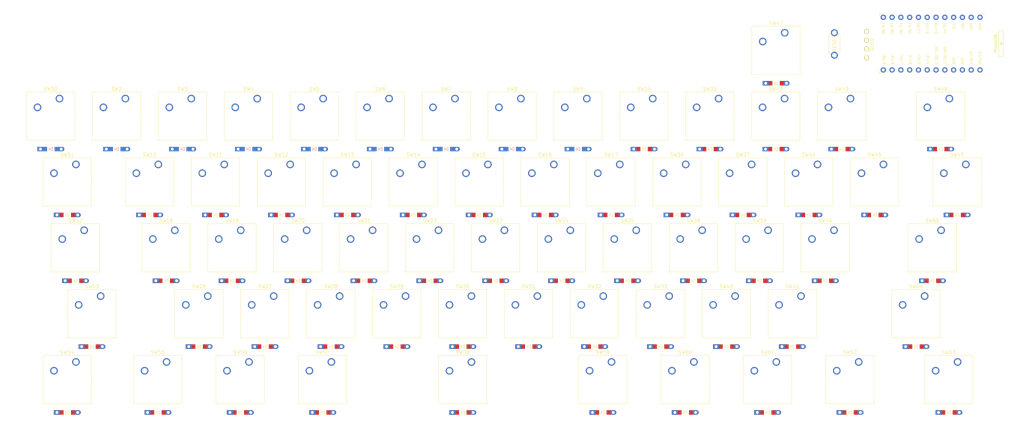
<source format=kicad_pcb>
(kicad_pcb (version 20171130) (host pcbnew 5.1.10-88a1d61d58~88~ubuntu20.04.1)
  (layers (0 F.Cu signal) (31 B.Cu signal) (34 B.Paste user) (35 F.Paste user) (36 B.SilkS user) (37 F.SilkS user) (38 B.Mask user) (39 F.Mask user) (44 Edge.Cuts user))
  (net 0 "")
  (net 1 "Net-(D1-Pad2)")
  (net 2 ROW1)
  (net 3 ROW2)
  (net 4 "Net-(D2-Pad2)")
  (net 5 ROW3)
  (net 6 "Net-(D3-Pad2)")
  (net 7 "Net-(D4-Pad2)")
  (net 8 ROW4)
  (net 9 ROW5)
  (net 10 "Net-(D5-Pad2)")
  (net 11 "Net-(D6-Pad2)")
  (net 12 ROW6)
  (net 13 ROW7)
  (net 14 "Net-(D7-Pad2)")
  (net 15 "Net-(D8-Pad2)")
  (net 16 ROW8)
  (net 17 "Net-(D9-Pad2)")
  (net 18 "Net-(D10-Pad2)")
  (net 19 "Net-(D11-Pad2)")
  (net 20 "Net-(D12-Pad2)")
  (net 21 "Net-(D13-Pad2)")
  (net 22 "Net-(D14-Pad2)")
  (net 23 "Net-(D15-Pad2)")
  (net 24 "Net-(D16-Pad2)")
  (net 25 "Net-(D17-Pad2)")
  (net 26 "Net-(D18-Pad2)")
  (net 27 "Net-(D19-Pad2)")
  (net 28 "Net-(D20-Pad2)")
  (net 29 "Net-(D21-Pad2)")
  (net 30 "Net-(D22-Pad2)")
  (net 31 "Net-(D23-Pad2)")
  (net 32 "Net-(D24-Pad2)")
  (net 33 "Net-(D25-Pad2)")
  (net 34 "Net-(D26-Pad2)")
  (net 35 "Net-(D27-Pad2)")
  (net 36 "Net-(D28-Pad2)")
  (net 37 "Net-(D29-Pad2)")
  (net 38 "Net-(D30-Pad2)")
  (net 39 "Net-(D31-Pad2)")
  (net 40 "Net-(D32-Pad2)")
  (net 41 "Net-(D33-Pad2)")
  (net 42 "Net-(D34-Pad2)")
  (net 43 "Net-(D35-Pad2)")
  (net 44 "Net-(D36-Pad2)")
  (net 45 "Net-(D37-Pad2)")
  (net 46 "Net-(D38-Pad2)")
  (net 47 "Net-(D39-Pad2)")
  (net 48 "Net-(D40-Pad2)")
  (net 49 "Net-(D41-Pad2)")
  (net 50 "Net-(D42-Pad2)")
  (net 51 "Net-(D43-Pad2)")
  (net 52 "Net-(D44-Pad2)")
  (net 53 "Net-(D45-Pad2)")
  (net 54 "Net-(D46-Pad2)")
  (net 55 "Net-(D47-Pad2)")
  (net 56 "Net-(D48-Pad2)")
  (net 57 "Net-(D49-Pad2)")
  (net 58 "Net-(D50-Pad2)")
  (net 59 "Net-(D51-Pad2)")
  (net 60 "Net-(D52-Pad2)")
  (net 61 "Net-(D53-Pad2)")
  (net 62 "Net-(D54-Pad2)")
  (net 63 "Net-(D55-Pad2)")
  (net 64 "Net-(D56-Pad2)")
  (net 65 "Net-(D57-Pad2)")
  (net 66 "Net-(D58-Pad2)")
  (net 67 "Net-(D59-Pad2)")
  (net 68 "Net-(D60-Pad2)")
  (net 69 "Net-(D61-Pad2)")
  (net 70 "Net-(D62-Pad2)")
  (net 71 "Net-(D63-Pad2)")
  (net 72 "Net-(D64-Pad2)")
  (net 73 SDA)
  (net 74 SCL)
  (net 75 VCC)
  (net 76 GND)
  (net 77 RST)
  (net 78 COL1)
  (net 79 COL2)
  (net 80 COL3)
  (net 81 COL4)
  (net 82 COL5)
  (net 83 COL6)
  (net 84 COL7)
  (net 85 COL8)
  (net 86 "Net-(U1-Pad24)")
  (module kbd:D3_TH_SMD_v2 (layer B.Cu) (at 45.9 79.51)
    (fp_text reference D1 hide)
    (fp_text value 1N4148 hide)
    (pad 1 thru_hole rect (at -3 0) (size 1.778 1.3) (drill 0.8128) (layers *.Cu F.Mask) (net 2 ROW1))
    (pad 2 thru_hole oval (at 3 0) (size 1.778 1.3) (drill 0.8128) (layers *.Cu F.Mask) (net 1 "Net-(D1-Pad2)"))
    (pad 1 smd rect (at -1.775 0 180) (size 1.4 1.3) (layers B.Cu B.Paste B.Mask) (net 2 ROW1))
    (pad 2 smd rect (at 1.775 0 180) (size 1.4 1.3) (layers B.Cu B.Paste B.Mask) (net 1 "Net-(D1-Pad2)"))
  )
  (module kbd:D3_TH_SMD_v2 (layer B.Cu) (at 64.95 79.51)
    (fp_text reference D2 hide)
    (fp_text value 1N4148 hide)
    (pad 2 smd rect (at 1.775 0 180) (size 1.4 1.3) (layers B.Cu B.Paste B.Mask) (net 4 "Net-(D2-Pad2)"))
    (pad 1 smd rect (at -1.775 0 180) (size 1.4 1.3) (layers B.Cu B.Paste B.Mask) (net 3 ROW2))
    (pad 2 thru_hole oval (at 3 0) (size 1.778 1.3) (drill 0.8128) (layers *.Cu F.Mask) (net 4 "Net-(D2-Pad2)"))
    (pad 1 thru_hole rect (at -3 0) (size 1.778 1.3) (drill 0.8128) (layers *.Cu F.Mask) (net 3 ROW2))
  )
  (module kbd:D3_TH_SMD_v2 (layer B.Cu) (at 84 79.51)
    (fp_text reference D3 hide)
    (fp_text value 1N4148 hide)
    (pad 1 thru_hole rect (at -3 0) (size 1.778 1.3) (drill 0.8128) (layers *.Cu F.Mask) (net 5 ROW3))
    (pad 2 thru_hole oval (at 3 0) (size 1.778 1.3) (drill 0.8128) (layers *.Cu F.Mask) (net 6 "Net-(D3-Pad2)"))
    (pad 1 smd rect (at -1.775 0 180) (size 1.4 1.3) (layers B.Cu B.Paste B.Mask) (net 5 ROW3))
    (pad 2 smd rect (at 1.775 0 180) (size 1.4 1.3) (layers B.Cu B.Paste B.Mask) (net 6 "Net-(D3-Pad2)"))
  )
  (module kbd:D3_TH_SMD_v2 (layer B.Cu) (at 103.05 79.51)
    (fp_text reference D4 hide)
    (fp_text value 1N4148 hide)
    (pad 1 thru_hole rect (at -3 0) (size 1.778 1.3) (drill 0.8128) (layers *.Cu F.Mask) (net 8 ROW4))
    (pad 2 thru_hole oval (at 3 0) (size 1.778 1.3) (drill 0.8128) (layers *.Cu F.Mask) (net 7 "Net-(D4-Pad2)"))
    (pad 1 smd rect (at -1.775 0 180) (size 1.4 1.3) (layers B.Cu B.Paste B.Mask) (net 8 ROW4))
    (pad 2 smd rect (at 1.775 0 180) (size 1.4 1.3) (layers B.Cu B.Paste B.Mask) (net 7 "Net-(D4-Pad2)"))
  )
  (module kbd:D3_TH_SMD_v2 (layer B.Cu) (at 122.1 79.51)
    (fp_text reference D5 hide)
    (fp_text value 1N4148 hide)
    (pad 1 thru_hole rect (at -3 0) (size 1.778 1.3) (drill 0.8128) (layers *.Cu F.Mask) (net 9 ROW5))
    (pad 2 thru_hole oval (at 3 0) (size 1.778 1.3) (drill 0.8128) (layers *.Cu F.Mask) (net 10 "Net-(D5-Pad2)"))
    (pad 1 smd rect (at -1.775 0 180) (size 1.4 1.3) (layers B.Cu B.Paste B.Mask) (net 9 ROW5))
    (pad 2 smd rect (at 1.775 0 180) (size 1.4 1.3) (layers B.Cu B.Paste B.Mask) (net 10 "Net-(D5-Pad2)"))
  )
  (module kbd:D3_TH_SMD_v2 (layer B.Cu) (at 141.15 79.51)
    (fp_text reference D6 hide)
    (fp_text value 1N4148 hide)
    (pad 2 smd rect (at 1.775 0 180) (size 1.4 1.3) (layers B.Cu B.Paste B.Mask) (net 11 "Net-(D6-Pad2)"))
    (pad 1 smd rect (at -1.775 0 180) (size 1.4 1.3) (layers B.Cu B.Paste B.Mask) (net 12 ROW6))
    (pad 2 thru_hole oval (at 3 0) (size 1.778 1.3) (drill 0.8128) (layers *.Cu F.Mask) (net 11 "Net-(D6-Pad2)"))
    (pad 1 thru_hole rect (at -3 0) (size 1.778 1.3) (drill 0.8128) (layers *.Cu F.Mask) (net 12 ROW6))
  )
  (module kbd:D3_TH_SMD_v2 (layer B.Cu) (at 160.2 79.51)
    (fp_text reference D7 hide)
    (fp_text value 1N4148 hide)
    (pad 1 thru_hole rect (at -3 0) (size 1.778 1.3) (drill 0.8128) (layers *.Cu F.Mask) (net 13 ROW7))
    (pad 2 thru_hole oval (at 3 0) (size 1.778 1.3) (drill 0.8128) (layers *.Cu F.Mask) (net 14 "Net-(D7-Pad2)"))
    (pad 1 smd rect (at -1.775 0 180) (size 1.4 1.3) (layers B.Cu B.Paste B.Mask) (net 13 ROW7))
    (pad 2 smd rect (at 1.775 0 180) (size 1.4 1.3) (layers B.Cu B.Paste B.Mask) (net 14 "Net-(D7-Pad2)"))
  )
  (module kbd:D3_TH_SMD_v2 (layer B.Cu) (at 179.25 79.51)
    (fp_text reference D8 hide)
    (fp_text value 1N4148 hide)
    (pad 2 smd rect (at 1.775 0 180) (size 1.4 1.3) (layers B.Cu B.Paste B.Mask) (net 15 "Net-(D8-Pad2)"))
    (pad 1 smd rect (at -1.775 0 180) (size 1.4 1.3) (layers B.Cu B.Paste B.Mask) (net 16 ROW8))
    (pad 2 thru_hole oval (at 3 0) (size 1.778 1.3) (drill 0.8128) (layers *.Cu F.Mask) (net 15 "Net-(D8-Pad2)"))
    (pad 1 thru_hole rect (at -3 0) (size 1.778 1.3) (drill 0.8128) (layers *.Cu F.Mask) (net 16 ROW8))
  )
  (module kbd:D3_TH_SMD_v2 (layer F.Cu) (at 55.425 98.56)
    (fp_text reference D9 hide)
    (fp_text value 1N4148 hide)
    (pad 2 smd rect (at 1.775 0 180) (size 1.4 1.3) (layers F.Cu F.Paste F.Mask) (net 17 "Net-(D9-Pad2)"))
    (pad 1 smd rect (at -1.775 0 180) (size 1.4 1.3) (layers F.Cu F.Paste F.Mask) (net 2 ROW1))
    (pad 2 thru_hole oval (at 3 0) (size 1.778 1.3) (drill 0.8128) (layers *.Cu B.Mask) (net 17 "Net-(D9-Pad2)"))
    (pad 1 thru_hole rect (at -3 0) (size 1.778 1.3) (drill 0.8128) (layers *.Cu B.Mask) (net 2 ROW1))
  )
  (module kbd:D3_TH_SMD_v2 (layer F.Cu) (at 74.475 98.56)
    (fp_text reference D10 hide)
    (fp_text value 1N4148 hide)
    (pad 2 smd rect (at 1.775 0 180) (size 1.4 1.3) (layers F.Cu F.Paste F.Mask) (net 18 "Net-(D10-Pad2)"))
    (pad 1 smd rect (at -1.775 0 180) (size 1.4 1.3) (layers F.Cu F.Paste F.Mask) (net 3 ROW2))
    (pad 2 thru_hole oval (at 3 0) (size 1.778 1.3) (drill 0.8128) (layers *.Cu B.Mask) (net 18 "Net-(D10-Pad2)"))
    (pad 1 thru_hole rect (at -3 0) (size 1.778 1.3) (drill 0.8128) (layers *.Cu B.Mask) (net 3 ROW2))
  )
  (module kbd:D3_TH_SMD_v2 (layer F.Cu) (at 93.525 98.56)
    (fp_text reference D11 hide)
    (fp_text value 1N4148 hide)
    (pad 2 smd rect (at 1.775 0 180) (size 1.4 1.3) (layers F.Cu F.Paste F.Mask) (net 19 "Net-(D11-Pad2)"))
    (pad 1 smd rect (at -1.775 0 180) (size 1.4 1.3) (layers F.Cu F.Paste F.Mask) (net 5 ROW3))
    (pad 2 thru_hole oval (at 3 0) (size 1.778 1.3) (drill 0.8128) (layers *.Cu B.Mask) (net 19 "Net-(D11-Pad2)"))
    (pad 1 thru_hole rect (at -3 0) (size 1.778 1.3) (drill 0.8128) (layers *.Cu B.Mask) (net 5 ROW3))
  )
  (module kbd:D3_TH_SMD_v2 (layer F.Cu) (at 112.575 98.56)
    (fp_text reference D12 hide)
    (fp_text value 1N4148 hide)
    (pad 1 thru_hole rect (at -3 0) (size 1.778 1.3) (drill 0.8128) (layers *.Cu B.Mask) (net 8 ROW4))
    (pad 2 thru_hole oval (at 3 0) (size 1.778 1.3) (drill 0.8128) (layers *.Cu B.Mask) (net 20 "Net-(D12-Pad2)"))
    (pad 1 smd rect (at -1.775 0 180) (size 1.4 1.3) (layers F.Cu F.Paste F.Mask) (net 8 ROW4))
    (pad 2 smd rect (at 1.775 0 180) (size 1.4 1.3) (layers F.Cu F.Paste F.Mask) (net 20 "Net-(D12-Pad2)"))
  )
  (module kbd:D3_TH_SMD_v2 (layer F.Cu) (at 131.625 98.56)
    (fp_text reference D13 hide)
    (fp_text value 1N4148 hide)
    (pad 1 thru_hole rect (at -3 0) (size 1.778 1.3) (drill 0.8128) (layers *.Cu B.Mask) (net 9 ROW5))
    (pad 2 thru_hole oval (at 3 0) (size 1.778 1.3) (drill 0.8128) (layers *.Cu B.Mask) (net 21 "Net-(D13-Pad2)"))
    (pad 1 smd rect (at -1.775 0 180) (size 1.4 1.3) (layers F.Cu F.Paste F.Mask) (net 9 ROW5))
    (pad 2 smd rect (at 1.775 0 180) (size 1.4 1.3) (layers F.Cu F.Paste F.Mask) (net 21 "Net-(D13-Pad2)"))
  )
  (module kbd:D3_TH_SMD_v2 (layer F.Cu) (at 150.675 98.56)
    (fp_text reference D14 hide)
    (fp_text value 1N4148 hide)
    (pad 2 smd rect (at 1.775 0 180) (size 1.4 1.3) (layers F.Cu F.Paste F.Mask) (net 22 "Net-(D14-Pad2)"))
    (pad 1 smd rect (at -1.775 0 180) (size 1.4 1.3) (layers F.Cu F.Paste F.Mask) (net 12 ROW6))
    (pad 2 thru_hole oval (at 3 0) (size 1.778 1.3) (drill 0.8128) (layers *.Cu B.Mask) (net 22 "Net-(D14-Pad2)"))
    (pad 1 thru_hole rect (at -3 0) (size 1.778 1.3) (drill 0.8128) (layers *.Cu B.Mask) (net 12 ROW6))
  )
  (module kbd:D3_TH_SMD_v2 (layer F.Cu) (at 169.725 98.56)
    (fp_text reference D15 hide)
    (fp_text value 1N4148 hide)
    (pad 1 thru_hole rect (at -3 0) (size 1.778 1.3) (drill 0.8128) (layers *.Cu B.Mask) (net 13 ROW7))
    (pad 2 thru_hole oval (at 3 0) (size 1.778 1.3) (drill 0.8128) (layers *.Cu B.Mask) (net 23 "Net-(D15-Pad2)"))
    (pad 1 smd rect (at -1.775 0 180) (size 1.4 1.3) (layers F.Cu F.Paste F.Mask) (net 13 ROW7))
    (pad 2 smd rect (at 1.775 0 180) (size 1.4 1.3) (layers F.Cu F.Paste F.Mask) (net 23 "Net-(D15-Pad2)"))
  )
  (module kbd:D3_TH_SMD_v2 (layer F.Cu) (at 188.775 98.56)
    (fp_text reference D16 hide)
    (fp_text value 1N4148 hide)
    (pad 2 smd rect (at 1.775 0 180) (size 1.4 1.3) (layers F.Cu F.Paste F.Mask) (net 24 "Net-(D16-Pad2)"))
    (pad 1 smd rect (at -1.775 0 180) (size 1.4 1.3) (layers F.Cu F.Paste F.Mask) (net 16 ROW8))
    (pad 2 thru_hole oval (at 3 0) (size 1.778 1.3) (drill 0.8128) (layers *.Cu B.Mask) (net 24 "Net-(D16-Pad2)"))
    (pad 1 thru_hole rect (at -3 0) (size 1.778 1.3) (drill 0.8128) (layers *.Cu B.Mask) (net 16 ROW8))
  )
  (module kbd:D3_TH_SMD_v2 (layer F.Cu) (at 60.1875 117.61)
    (fp_text reference D17 hide)
    (fp_text value 1N4148 hide)
    (pad 1 thru_hole rect (at -3 0) (size 1.778 1.3) (drill 0.8128) (layers *.Cu B.Mask) (net 2 ROW1))
    (pad 2 thru_hole oval (at 3 0) (size 1.778 1.3) (drill 0.8128) (layers *.Cu B.Mask) (net 25 "Net-(D17-Pad2)"))
    (pad 1 smd rect (at -1.775 0 180) (size 1.4 1.3) (layers F.Cu F.Paste F.Mask) (net 2 ROW1))
    (pad 2 smd rect (at 1.775 0 180) (size 1.4 1.3) (layers F.Cu F.Paste F.Mask) (net 25 "Net-(D17-Pad2)"))
  )
  (module kbd:D3_TH_SMD_v2 (layer F.Cu) (at 79.2375 117.61)
    (fp_text reference D18 hide)
    (fp_text value 1N4148 hide)
    (pad 1 thru_hole rect (at -3 0) (size 1.778 1.3) (drill 0.8128) (layers *.Cu B.Mask) (net 3 ROW2))
    (pad 2 thru_hole oval (at 3 0) (size 1.778 1.3) (drill 0.8128) (layers *.Cu B.Mask) (net 26 "Net-(D18-Pad2)"))
    (pad 1 smd rect (at -1.775 0 180) (size 1.4 1.3) (layers F.Cu F.Paste F.Mask) (net 3 ROW2))
    (pad 2 smd rect (at 1.775 0 180) (size 1.4 1.3) (layers F.Cu F.Paste F.Mask) (net 26 "Net-(D18-Pad2)"))
  )
  (module kbd:D3_TH_SMD_v2 (layer F.Cu) (at 98.2875 117.61)
    (fp_text reference D19 hide)
    (fp_text value 1N4148 hide)
    (pad 1 thru_hole rect (at -3 0) (size 1.778 1.3) (drill 0.8128) (layers *.Cu B.Mask) (net 5 ROW3))
    (pad 2 thru_hole oval (at 3 0) (size 1.778 1.3) (drill 0.8128) (layers *.Cu B.Mask) (net 27 "Net-(D19-Pad2)"))
    (pad 1 smd rect (at -1.775 0 180) (size 1.4 1.3) (layers F.Cu F.Paste F.Mask) (net 5 ROW3))
    (pad 2 smd rect (at 1.775 0 180) (size 1.4 1.3) (layers F.Cu F.Paste F.Mask) (net 27 "Net-(D19-Pad2)"))
  )
  (module kbd:D3_TH_SMD_v2 (layer F.Cu) (at 117.3375 117.61)
    (fp_text reference D20 hide)
    (fp_text value 1N4148 hide)
    (pad 1 thru_hole rect (at -3 0) (size 1.778 1.3) (drill 0.8128) (layers *.Cu B.Mask) (net 8 ROW4))
    (pad 2 thru_hole oval (at 3 0) (size 1.778 1.3) (drill 0.8128) (layers *.Cu B.Mask) (net 28 "Net-(D20-Pad2)"))
    (pad 1 smd rect (at -1.775 0 180) (size 1.4 1.3) (layers F.Cu F.Paste F.Mask) (net 8 ROW4))
    (pad 2 smd rect (at 1.775 0 180) (size 1.4 1.3) (layers F.Cu F.Paste F.Mask) (net 28 "Net-(D20-Pad2)"))
  )
  (module kbd:D3_TH_SMD_v2 (layer F.Cu) (at 136.3875 117.61)
    (fp_text reference D21 hide)
    (fp_text value 1N4148 hide)
    (pad 1 thru_hole rect (at -3 0) (size 1.778 1.3) (drill 0.8128) (layers *.Cu B.Mask) (net 9 ROW5))
    (pad 2 thru_hole oval (at 3 0) (size 1.778 1.3) (drill 0.8128) (layers *.Cu B.Mask) (net 29 "Net-(D21-Pad2)"))
    (pad 1 smd rect (at -1.775 0 180) (size 1.4 1.3) (layers F.Cu F.Paste F.Mask) (net 9 ROW5))
    (pad 2 smd rect (at 1.775 0 180) (size 1.4 1.3) (layers F.Cu F.Paste F.Mask) (net 29 "Net-(D21-Pad2)"))
  )
  (module kbd:D3_TH_SMD_v2 (layer F.Cu) (at 155.4375 117.61)
    (fp_text reference D22 hide)
    (fp_text value 1N4148 hide)
    (pad 2 smd rect (at 1.775 0 180) (size 1.4 1.3) (layers F.Cu F.Paste F.Mask) (net 30 "Net-(D22-Pad2)"))
    (pad 1 smd rect (at -1.775 0 180) (size 1.4 1.3) (layers F.Cu F.Paste F.Mask) (net 12 ROW6))
    (pad 2 thru_hole oval (at 3 0) (size 1.778 1.3) (drill 0.8128) (layers *.Cu B.Mask) (net 30 "Net-(D22-Pad2)"))
    (pad 1 thru_hole rect (at -3 0) (size 1.778 1.3) (drill 0.8128) (layers *.Cu B.Mask) (net 12 ROW6))
  )
  (module kbd:D3_TH_SMD_v2 (layer F.Cu) (at 174.4875 117.61)
    (fp_text reference D23 hide)
    (fp_text value 1N4148 hide)
    (pad 2 smd rect (at 1.775 0 180) (size 1.4 1.3) (layers F.Cu F.Paste F.Mask) (net 31 "Net-(D23-Pad2)"))
    (pad 1 smd rect (at -1.775 0 180) (size 1.4 1.3) (layers F.Cu F.Paste F.Mask) (net 13 ROW7))
    (pad 2 thru_hole oval (at 3 0) (size 1.778 1.3) (drill 0.8128) (layers *.Cu B.Mask) (net 31 "Net-(D23-Pad2)"))
    (pad 1 thru_hole rect (at -3 0) (size 1.778 1.3) (drill 0.8128) (layers *.Cu B.Mask) (net 13 ROW7))
  )
  (module kbd:D3_TH_SMD_v2 (layer F.Cu) (at 193.5375 117.61)
    (fp_text reference D24 hide)
    (fp_text value 1N4148 hide)
    (pad 2 smd rect (at 1.775 0 180) (size 1.4 1.3) (layers F.Cu F.Paste F.Mask) (net 32 "Net-(D24-Pad2)"))
    (pad 1 smd rect (at -1.775 0 180) (size 1.4 1.3) (layers F.Cu F.Paste F.Mask) (net 16 ROW8))
    (pad 2 thru_hole oval (at 3 0) (size 1.778 1.3) (drill 0.8128) (layers *.Cu B.Mask) (net 32 "Net-(D24-Pad2)"))
    (pad 1 thru_hole rect (at -3 0) (size 1.778 1.3) (drill 0.8128) (layers *.Cu B.Mask) (net 16 ROW8))
  )
  (module kbd:D3_TH_SMD_v2 (layer F.Cu) (at 69.7125 136.66)
    (fp_text reference D25 hide)
    (fp_text value 1N4148 hide)
    (pad 2 smd rect (at 1.775 0 180) (size 1.4 1.3) (layers F.Cu F.Paste F.Mask) (net 33 "Net-(D25-Pad2)"))
    (pad 1 smd rect (at -1.775 0 180) (size 1.4 1.3) (layers F.Cu F.Paste F.Mask) (net 2 ROW1))
    (pad 2 thru_hole oval (at 3 0) (size 1.778 1.3) (drill 0.8128) (layers *.Cu B.Mask) (net 33 "Net-(D25-Pad2)"))
    (pad 1 thru_hole rect (at -3 0) (size 1.778 1.3) (drill 0.8128) (layers *.Cu B.Mask) (net 2 ROW1))
  )
  (module kbd:D3_TH_SMD_v2 (layer F.Cu) (at 88.7625 136.66)
    (fp_text reference D26 hide)
    (fp_text value 1N4148 hide)
    (pad 2 smd rect (at 1.775 0 180) (size 1.4 1.3) (layers F.Cu F.Paste F.Mask) (net 34 "Net-(D26-Pad2)"))
    (pad 1 smd rect (at -1.775 0 180) (size 1.4 1.3) (layers F.Cu F.Paste F.Mask) (net 3 ROW2))
    (pad 2 thru_hole oval (at 3 0) (size 1.778 1.3) (drill 0.8128) (layers *.Cu B.Mask) (net 34 "Net-(D26-Pad2)"))
    (pad 1 thru_hole rect (at -3 0) (size 1.778 1.3) (drill 0.8128) (layers *.Cu B.Mask) (net 3 ROW2))
  )
  (module kbd:D3_TH_SMD_v2 (layer F.Cu) (at 107.8125 136.66)
    (fp_text reference D27 hide)
    (fp_text value 1N4148 hide)
    (pad 2 smd rect (at 1.775 0 180) (size 1.4 1.3) (layers F.Cu F.Paste F.Mask) (net 35 "Net-(D27-Pad2)"))
    (pad 1 smd rect (at -1.775 0 180) (size 1.4 1.3) (layers F.Cu F.Paste F.Mask) (net 5 ROW3))
    (pad 2 thru_hole oval (at 3 0) (size 1.778 1.3) (drill 0.8128) (layers *.Cu B.Mask) (net 35 "Net-(D27-Pad2)"))
    (pad 1 thru_hole rect (at -3 0) (size 1.778 1.3) (drill 0.8128) (layers *.Cu B.Mask) (net 5 ROW3))
  )
  (module kbd:D3_TH_SMD_v2 (layer F.Cu) (at 126.8625 136.66)
    (fp_text reference D28 hide)
    (fp_text value 1N4148 hide)
    (pad 2 smd rect (at 1.775 0 180) (size 1.4 1.3) (layers F.Cu F.Paste F.Mask) (net 36 "Net-(D28-Pad2)"))
    (pad 1 smd rect (at -1.775 0 180) (size 1.4 1.3) (layers F.Cu F.Paste F.Mask) (net 8 ROW4))
    (pad 2 thru_hole oval (at 3 0) (size 1.778 1.3) (drill 0.8128) (layers *.Cu B.Mask) (net 36 "Net-(D28-Pad2)"))
    (pad 1 thru_hole rect (at -3 0) (size 1.778 1.3) (drill 0.8128) (layers *.Cu B.Mask) (net 8 ROW4))
  )
  (module kbd:D3_TH_SMD_v2 (layer F.Cu) (at 145.9125 136.66)
    (fp_text reference D29 hide)
    (fp_text value 1N4148 hide)
    (pad 1 thru_hole rect (at -3 0) (size 1.778 1.3) (drill 0.8128) (layers *.Cu B.Mask) (net 9 ROW5))
    (pad 2 thru_hole oval (at 3 0) (size 1.778 1.3) (drill 0.8128) (layers *.Cu B.Mask) (net 37 "Net-(D29-Pad2)"))
    (pad 1 smd rect (at -1.775 0 180) (size 1.4 1.3) (layers F.Cu F.Paste F.Mask) (net 9 ROW5))
    (pad 2 smd rect (at 1.775 0 180) (size 1.4 1.3) (layers F.Cu F.Paste F.Mask) (net 37 "Net-(D29-Pad2)"))
  )
  (module kbd:D3_TH_SMD_v2 (layer F.Cu) (at 164.9625 136.66)
    (fp_text reference D30 hide)
    (fp_text value 1N4148 hide)
    (pad 2 smd rect (at 1.775 0 180) (size 1.4 1.3) (layers F.Cu F.Paste F.Mask) (net 38 "Net-(D30-Pad2)"))
    (pad 1 smd rect (at -1.775 0 180) (size 1.4 1.3) (layers F.Cu F.Paste F.Mask) (net 12 ROW6))
    (pad 2 thru_hole oval (at 3 0) (size 1.778 1.3) (drill 0.8128) (layers *.Cu B.Mask) (net 38 "Net-(D30-Pad2)"))
    (pad 1 thru_hole rect (at -3 0) (size 1.778 1.3) (drill 0.8128) (layers *.Cu B.Mask) (net 12 ROW6))
  )
  (module kbd:D3_TH_SMD_v2 (layer F.Cu) (at 184.0125 136.66)
    (fp_text reference D31 hide)
    (fp_text value 1N4148 hide)
    (pad 1 thru_hole rect (at -3 0) (size 1.778 1.3) (drill 0.8128) (layers *.Cu B.Mask) (net 13 ROW7))
    (pad 2 thru_hole oval (at 3 0) (size 1.778 1.3) (drill 0.8128) (layers *.Cu B.Mask) (net 39 "Net-(D31-Pad2)"))
    (pad 1 smd rect (at -1.775 0 180) (size 1.4 1.3) (layers F.Cu F.Paste F.Mask) (net 13 ROW7))
    (pad 2 smd rect (at 1.775 0 180) (size 1.4 1.3) (layers F.Cu F.Paste F.Mask) (net 39 "Net-(D31-Pad2)"))
  )
  (module kbd:D3_TH_SMD_v2 (layer F.Cu) (at 203.0625 136.66)
    (fp_text reference D32 hide)
    (fp_text value 1N4148 hide)
    (pad 2 smd rect (at 1.775 0 180) (size 1.4 1.3) (layers F.Cu F.Paste F.Mask) (net 40 "Net-(D32-Pad2)"))
    (pad 1 smd rect (at -1.775 0 180) (size 1.4 1.3) (layers F.Cu F.Paste F.Mask) (net 16 ROW8))
    (pad 2 thru_hole oval (at 3 0) (size 1.778 1.3) (drill 0.8128) (layers *.Cu B.Mask) (net 40 "Net-(D32-Pad2)"))
    (pad 1 thru_hole rect (at -3 0) (size 1.778 1.3) (drill 0.8128) (layers *.Cu B.Mask) (net 16 ROW8))
  )
  (module kbd:D3_TH_SMD_v2 (layer F.Cu) (at 198.3 79.51)
    (fp_text reference D33 hide)
    (fp_text value 1N4148 hide)
    (pad 2 smd rect (at 1.775 0 180) (size 1.4 1.3) (layers F.Cu F.Paste F.Mask) (net 41 "Net-(D33-Pad2)"))
    (pad 1 smd rect (at -1.775 0 180) (size 1.4 1.3) (layers F.Cu F.Paste F.Mask) (net 2 ROW1))
    (pad 2 thru_hole oval (at 3 0) (size 1.778 1.3) (drill 0.8128) (layers *.Cu B.Mask) (net 41 "Net-(D33-Pad2)"))
    (pad 1 thru_hole rect (at -3 0) (size 1.778 1.3) (drill 0.8128) (layers *.Cu B.Mask) (net 2 ROW1))
  )
  (module kbd:D3_TH_SMD_v2 (layer F.Cu) (at 217.35 79.51)
    (fp_text reference D34 hide)
    (fp_text value 1N4148 hide)
    (pad 1 thru_hole rect (at -3 0) (size 1.778 1.3) (drill 0.8128) (layers *.Cu B.Mask) (net 3 ROW2))
    (pad 2 thru_hole oval (at 3 0) (size 1.778 1.3) (drill 0.8128) (layers *.Cu B.Mask) (net 42 "Net-(D34-Pad2)"))
    (pad 1 smd rect (at -1.775 0 180) (size 1.4 1.3) (layers F.Cu F.Paste F.Mask) (net 3 ROW2))
    (pad 2 smd rect (at 1.775 0 180) (size 1.4 1.3) (layers F.Cu F.Paste F.Mask) (net 42 "Net-(D34-Pad2)"))
  )
  (module kbd:D3_TH_SMD_v2 (layer F.Cu) (at 207.825 98.56)
    (fp_text reference D35 hide)
    (fp_text value 1N4148 hide)
    (pad 1 thru_hole rect (at -3 0) (size 1.778 1.3) (drill 0.8128) (layers *.Cu B.Mask) (net 5 ROW3))
    (pad 2 thru_hole oval (at 3 0) (size 1.778 1.3) (drill 0.8128) (layers *.Cu B.Mask) (net 43 "Net-(D35-Pad2)"))
    (pad 1 smd rect (at -1.775 0 180) (size 1.4 1.3) (layers F.Cu F.Paste F.Mask) (net 5 ROW3))
    (pad 2 smd rect (at 1.775 0 180) (size 1.4 1.3) (layers F.Cu F.Paste F.Mask) (net 43 "Net-(D35-Pad2)"))
  )
  (module kbd:D3_TH_SMD_v2 (layer F.Cu) (at 226.875 98.56)
    (fp_text reference D36 hide)
    (fp_text value 1N4148 hide)
    (pad 2 smd rect (at 1.775 0 180) (size 1.4 1.3) (layers F.Cu F.Paste F.Mask) (net 44 "Net-(D36-Pad2)"))
    (pad 1 smd rect (at -1.775 0 180) (size 1.4 1.3) (layers F.Cu F.Paste F.Mask) (net 8 ROW4))
    (pad 2 thru_hole oval (at 3 0) (size 1.778 1.3) (drill 0.8128) (layers *.Cu B.Mask) (net 44 "Net-(D36-Pad2)"))
    (pad 1 thru_hole rect (at -3 0) (size 1.778 1.3) (drill 0.8128) (layers *.Cu B.Mask) (net 8 ROW4))
  )
  (module kbd:D3_TH_SMD_v2 (layer F.Cu) (at 212.5875 117.61)
    (fp_text reference D37 hide)
    (fp_text value 1N4148 hide)
    (pad 1 thru_hole rect (at -3 0) (size 1.778 1.3) (drill 0.8128) (layers *.Cu B.Mask) (net 9 ROW5))
    (pad 2 thru_hole oval (at 3 0) (size 1.778 1.3) (drill 0.8128) (layers *.Cu B.Mask) (net 45 "Net-(D37-Pad2)"))
    (pad 1 smd rect (at -1.775 0 180) (size 1.4 1.3) (layers F.Cu F.Paste F.Mask) (net 9 ROW5))
    (pad 2 smd rect (at 1.775 0 180) (size 1.4 1.3) (layers F.Cu F.Paste F.Mask) (net 45 "Net-(D37-Pad2)"))
  )
  (module kbd:D3_TH_SMD_v2 (layer F.Cu) (at 231.6375 117.61)
    (fp_text reference D38 hide)
    (fp_text value 1N4148 hide)
    (pad 1 thru_hole rect (at -3 0) (size 1.778 1.3) (drill 0.8128) (layers *.Cu B.Mask) (net 12 ROW6))
    (pad 2 thru_hole oval (at 3 0) (size 1.778 1.3) (drill 0.8128) (layers *.Cu B.Mask) (net 46 "Net-(D38-Pad2)"))
    (pad 1 smd rect (at -1.775 0 180) (size 1.4 1.3) (layers F.Cu F.Paste F.Mask) (net 12 ROW6))
    (pad 2 smd rect (at 1.775 0 180) (size 1.4 1.3) (layers F.Cu F.Paste F.Mask) (net 46 "Net-(D38-Pad2)"))
  )
  (module kbd:D3_TH_SMD_v2 (layer F.Cu) (at 222.1125 136.66)
    (fp_text reference D39 hide)
    (fp_text value 1N4148 hide)
    (pad 1 thru_hole rect (at -3 0) (size 1.778 1.3) (drill 0.8128) (layers *.Cu B.Mask) (net 13 ROW7))
    (pad 2 thru_hole oval (at 3 0) (size 1.778 1.3) (drill 0.8128) (layers *.Cu B.Mask) (net 47 "Net-(D39-Pad2)"))
    (pad 1 smd rect (at -1.775 0 180) (size 1.4 1.3) (layers F.Cu F.Paste F.Mask) (net 13 ROW7))
    (pad 2 smd rect (at 1.775 0 180) (size 1.4 1.3) (layers F.Cu F.Paste F.Mask) (net 47 "Net-(D39-Pad2)"))
  )
  (module kbd:D3_TH_SMD_v2 (layer F.Cu) (at 241.1625 136.66)
    (fp_text reference D40 hide)
    (fp_text value 1N4148 hide)
    (pad 2 smd rect (at 1.775 0 180) (size 1.4 1.3) (layers F.Cu F.Paste F.Mask) (net 48 "Net-(D40-Pad2)"))
    (pad 1 smd rect (at -1.775 0 180) (size 1.4 1.3) (layers F.Cu F.Paste F.Mask) (net 16 ROW8))
    (pad 2 thru_hole oval (at 3 0) (size 1.778 1.3) (drill 0.8128) (layers *.Cu B.Mask) (net 48 "Net-(D40-Pad2)"))
    (pad 1 thru_hole rect (at -3 0) (size 1.778 1.3) (drill 0.8128) (layers *.Cu B.Mask) (net 16 ROW8))
  )
  (module kbd:D3_TH_SMD_v2 (layer F.Cu) (at 236.4 79.51)
    (fp_text reference D41 hide)
    (fp_text value 1N4148 hide)
    (pad 2 smd rect (at 1.775 0 180) (size 1.4 1.3) (layers F.Cu F.Paste F.Mask) (net 49 "Net-(D41-Pad2)"))
    (pad 1 smd rect (at -1.775 0 180) (size 1.4 1.3) (layers F.Cu F.Paste F.Mask) (net 2 ROW1))
    (pad 2 thru_hole oval (at 3 0) (size 1.778 1.3) (drill 0.8128) (layers *.Cu B.Mask) (net 49 "Net-(D41-Pad2)"))
    (pad 1 thru_hole rect (at -3 0) (size 1.778 1.3) (drill 0.8128) (layers *.Cu B.Mask) (net 2 ROW1))
  )
  (module kbd:D3_TH_SMD_v2 (layer F.Cu) (at 255.45 79.51)
    (fp_text reference D42 hide)
    (fp_text value 1N4148 hide)
    (pad 1 thru_hole rect (at -3 0) (size 1.778 1.3) (drill 0.8128) (layers *.Cu B.Mask) (net 3 ROW2))
    (pad 2 thru_hole oval (at 3 0) (size 1.778 1.3) (drill 0.8128) (layers *.Cu B.Mask) (net 50 "Net-(D42-Pad2)"))
    (pad 1 smd rect (at -1.775 0 180) (size 1.4 1.3) (layers F.Cu F.Paste F.Mask) (net 3 ROW2))
    (pad 2 smd rect (at 1.775 0 180) (size 1.4 1.3) (layers F.Cu F.Paste F.Mask) (net 50 "Net-(D42-Pad2)"))
  )
  (module kbd:D3_TH_SMD_v2 (layer F.Cu) (at 245.925 98.56)
    (fp_text reference D43 hide)
    (fp_text value 1N4148 hide)
    (pad 1 thru_hole rect (at -3 0) (size 1.778 1.3) (drill 0.8128) (layers *.Cu B.Mask) (net 5 ROW3))
    (pad 2 thru_hole oval (at 3 0) (size 1.778 1.3) (drill 0.8128) (layers *.Cu B.Mask) (net 51 "Net-(D43-Pad2)"))
    (pad 1 smd rect (at -1.775 0 180) (size 1.4 1.3) (layers F.Cu F.Paste F.Mask) (net 5 ROW3))
    (pad 2 smd rect (at 1.775 0 180) (size 1.4 1.3) (layers F.Cu F.Paste F.Mask) (net 51 "Net-(D43-Pad2)"))
  )
  (module kbd:D3_TH_SMD_v2 (layer F.Cu) (at 264.975 98.56)
    (fp_text reference D44 hide)
    (fp_text value 1N4148 hide)
    (pad 2 smd rect (at 1.775 0 180) (size 1.4 1.3) (layers F.Cu F.Paste F.Mask) (net 52 "Net-(D44-Pad2)"))
    (pad 1 smd rect (at -1.775 0 180) (size 1.4 1.3) (layers F.Cu F.Paste F.Mask) (net 8 ROW4))
    (pad 2 thru_hole oval (at 3 0) (size 1.778 1.3) (drill 0.8128) (layers *.Cu B.Mask) (net 52 "Net-(D44-Pad2)"))
    (pad 1 thru_hole rect (at -3 0) (size 1.778 1.3) (drill 0.8128) (layers *.Cu B.Mask) (net 8 ROW4))
  )
  (module kbd:D3_TH_SMD_v2 (layer F.Cu) (at 250.6875 117.61)
    (fp_text reference D45 hide)
    (fp_text value 1N4148 hide)
    (pad 1 thru_hole rect (at -3 0) (size 1.778 1.3) (drill 0.8128) (layers *.Cu B.Mask) (net 9 ROW5))
    (pad 2 thru_hole oval (at 3 0) (size 1.778 1.3) (drill 0.8128) (layers *.Cu B.Mask) (net 53 "Net-(D45-Pad2)"))
    (pad 1 smd rect (at -1.775 0 180) (size 1.4 1.3) (layers F.Cu F.Paste F.Mask) (net 9 ROW5))
    (pad 2 smd rect (at 1.775 0 180) (size 1.4 1.3) (layers F.Cu F.Paste F.Mask) (net 53 "Net-(D45-Pad2)"))
  )
  (module kbd:D3_TH_SMD_v2 (layer F.Cu) (at 236.45 60.46)
    (fp_text reference D46 hide)
    (fp_text value 1N4148 hide)
    (pad 2 smd rect (at 1.775 0 180) (size 1.4 1.3) (layers F.Cu F.Paste F.Mask) (net 54 "Net-(D46-Pad2)"))
    (pad 1 smd rect (at -1.775 0 180) (size 1.4 1.3) (layers F.Cu F.Paste F.Mask) (net 12 ROW6))
    (pad 2 thru_hole oval (at 3 0) (size 1.778 1.3) (drill 0.8128) (layers *.Cu B.Mask) (net 54 "Net-(D46-Pad2)"))
    (pad 1 thru_hole rect (at -3 0) (size 1.778 1.3) (drill 0.8128) (layers *.Cu B.Mask) (net 12 ROW6))
  )
  (module kbd:D3_TH_SMD_v2 (layer F.Cu) (at 284.025 79.51)
    (fp_text reference D47 hide)
    (fp_text value 1N4148 hide)
    (pad 1 thru_hole rect (at -3 0) (size 1.778 1.3) (drill 0.8128) (layers *.Cu B.Mask) (net 13 ROW7))
    (pad 2 thru_hole oval (at 3 0) (size 1.778 1.3) (drill 0.8128) (layers *.Cu B.Mask) (net 55 "Net-(D47-Pad2)"))
    (pad 1 smd rect (at -1.775 0 180) (size 1.4 1.3) (layers F.Cu F.Paste F.Mask) (net 13 ROW7))
    (pad 2 smd rect (at 1.775 0 180) (size 1.4 1.3) (layers F.Cu F.Paste F.Mask) (net 55 "Net-(D47-Pad2)"))
  )
  (module kbd:D3_TH_SMD_v2 (layer F.Cu) (at 288.7875 98.56)
    (fp_text reference D48 hide)
    (fp_text value 1N4148 hide)
    (pad 2 smd rect (at 1.775 0 180) (size 1.4 1.3) (layers F.Cu F.Paste F.Mask) (net 56 "Net-(D48-Pad2)"))
    (pad 1 smd rect (at -1.775 0 180) (size 1.4 1.3) (layers F.Cu F.Paste F.Mask) (net 16 ROW8))
    (pad 2 thru_hole oval (at 3 0) (size 1.778 1.3) (drill 0.8128) (layers *.Cu B.Mask) (net 56 "Net-(D48-Pad2)"))
    (pad 1 thru_hole rect (at -3 0) (size 1.778 1.3) (drill 0.8128) (layers *.Cu B.Mask) (net 16 ROW8))
  )
  (module kbd:D3_TH_SMD_v2 (layer B.Cu) (at 26.85 79.51)
    (fp_text reference D49 hide)
    (fp_text value 1N4148 hide)
    (pad 2 smd rect (at 1.775 0 180) (size 1.4 1.3) (layers B.Cu B.Paste B.Mask) (net 57 "Net-(D49-Pad2)"))
    (pad 1 smd rect (at -1.775 0 180) (size 1.4 1.3) (layers B.Cu B.Paste B.Mask) (net 2 ROW1))
    (pad 2 thru_hole oval (at 3 0) (size 1.778 1.3) (drill 0.8128) (layers *.Cu F.Mask) (net 57 "Net-(D49-Pad2)"))
    (pad 1 thru_hole rect (at -3 0) (size 1.778 1.3) (drill 0.8128) (layers *.Cu F.Mask) (net 2 ROW1))
  )
  (module kbd:D3_TH_SMD_v2 (layer F.Cu) (at 31.6125 98.56)
    (fp_text reference D50 hide)
    (fp_text value 1N4148 hide)
    (pad 2 smd rect (at 1.775 0 180) (size 1.4 1.3) (layers F.Cu F.Paste F.Mask) (net 58 "Net-(D50-Pad2)"))
    (pad 1 smd rect (at -1.775 0 180) (size 1.4 1.3) (layers F.Cu F.Paste F.Mask) (net 3 ROW2))
    (pad 2 thru_hole oval (at 3 0) (size 1.778 1.3) (drill 0.8128) (layers *.Cu B.Mask) (net 58 "Net-(D50-Pad2)"))
    (pad 1 thru_hole rect (at -3 0) (size 1.778 1.3) (drill 0.8128) (layers *.Cu B.Mask) (net 3 ROW2))
  )
  (module kbd:D3_TH_SMD_v2 (layer F.Cu) (at 33.99375 117.61)
    (fp_text reference D51 hide)
    (fp_text value 1N4148 hide)
    (pad 1 thru_hole rect (at -3 0) (size 1.778 1.3) (drill 0.8128) (layers *.Cu B.Mask) (net 5 ROW3))
    (pad 2 thru_hole oval (at 3 0) (size 1.778 1.3) (drill 0.8128) (layers *.Cu B.Mask) (net 59 "Net-(D51-Pad2)"))
    (pad 1 smd rect (at -1.775 0 180) (size 1.4 1.3) (layers F.Cu F.Paste F.Mask) (net 5 ROW3))
    (pad 2 smd rect (at 1.775 0 180) (size 1.4 1.3) (layers F.Cu F.Paste F.Mask) (net 59 "Net-(D51-Pad2)"))
  )
  (module kbd:D3_TH_SMD_v2 (layer F.Cu) (at 38.75625 136.66)
    (fp_text reference D52 hide)
    (fp_text value 1N4148 hide)
    (pad 2 smd rect (at 1.775 0 180) (size 1.4 1.3) (layers F.Cu F.Paste F.Mask) (net 60 "Net-(D52-Pad2)"))
    (pad 1 smd rect (at -1.775 0 180) (size 1.4 1.3) (layers F.Cu F.Paste F.Mask) (net 8 ROW4))
    (pad 2 thru_hole oval (at 3 0) (size 1.778 1.3) (drill 0.8128) (layers *.Cu B.Mask) (net 60 "Net-(D52-Pad2)"))
    (pad 1 thru_hole rect (at -3 0) (size 1.778 1.3) (drill 0.8128) (layers *.Cu B.Mask) (net 8 ROW4))
  )
  (module kbd:D3_TH_SMD_v2 (layer F.Cu) (at 31.6125 155.71)
    (fp_text reference D53 hide)
    (fp_text value 1N4148 hide)
    (pad 1 thru_hole rect (at -3 0) (size 1.778 1.3) (drill 0.8128) (layers *.Cu B.Mask) (net 9 ROW5))
    (pad 2 thru_hole oval (at 3 0) (size 1.778 1.3) (drill 0.8128) (layers *.Cu B.Mask) (net 61 "Net-(D53-Pad2)"))
    (pad 1 smd rect (at -1.775 0 180) (size 1.4 1.3) (layers F.Cu F.Paste F.Mask) (net 9 ROW5))
    (pad 2 smd rect (at 1.775 0 180) (size 1.4 1.3) (layers F.Cu F.Paste F.Mask) (net 61 "Net-(D53-Pad2)"))
  )
  (module kbd:D3_TH_SMD_v2 (layer F.Cu) (at 57.80625 155.71)
    (fp_text reference D54 hide)
    (fp_text value 1N4148 hide)
    (pad 2 smd rect (at 1.775 0 180) (size 1.4 1.3) (layers F.Cu F.Paste F.Mask) (net 62 "Net-(D54-Pad2)"))
    (pad 1 smd rect (at -1.775 0 180) (size 1.4 1.3) (layers F.Cu F.Paste F.Mask) (net 12 ROW6))
    (pad 2 thru_hole oval (at 3 0) (size 1.778 1.3) (drill 0.8128) (layers *.Cu B.Mask) (net 62 "Net-(D54-Pad2)"))
    (pad 1 thru_hole rect (at -3 0) (size 1.778 1.3) (drill 0.8128) (layers *.Cu B.Mask) (net 12 ROW6))
  )
  (module kbd:D3_TH_SMD_v2 (layer F.Cu) (at 81.61875 155.71)
    (fp_text reference D55 hide)
    (fp_text value 1N4148 hide)
    (pad 1 thru_hole rect (at -3 0) (size 1.778 1.3) (drill 0.8128) (layers *.Cu B.Mask) (net 13 ROW7))
    (pad 2 thru_hole oval (at 3 0) (size 1.778 1.3) (drill 0.8128) (layers *.Cu B.Mask) (net 63 "Net-(D55-Pad2)"))
    (pad 1 smd rect (at -1.775 0 180) (size 1.4 1.3) (layers F.Cu F.Paste F.Mask) (net 13 ROW7))
    (pad 2 smd rect (at 1.775 0 180) (size 1.4 1.3) (layers F.Cu F.Paste F.Mask) (net 63 "Net-(D55-Pad2)"))
  )
  (module kbd:D3_TH_SMD_v2 (layer F.Cu) (at 105.43125 155.71)
    (fp_text reference D56 hide)
    (fp_text value 1N4148 hide)
    (pad 2 smd rect (at 1.775 0 180) (size 1.4 1.3) (layers F.Cu F.Paste F.Mask) (net 64 "Net-(D56-Pad2)"))
    (pad 1 smd rect (at -1.775 0 180) (size 1.4 1.3) (layers F.Cu F.Paste F.Mask) (net 16 ROW8))
    (pad 2 thru_hole oval (at 3 0) (size 1.778 1.3) (drill 0.8128) (layers *.Cu B.Mask) (net 64 "Net-(D56-Pad2)"))
    (pad 1 thru_hole rect (at -3 0) (size 1.778 1.3) (drill 0.8128) (layers *.Cu B.Mask) (net 16 ROW8))
  )
  (module kbd:D3_TH_SMD_v2 (layer F.Cu) (at 145.9125 155.71)
    (fp_text reference D57 hide)
    (fp_text value 1N4148 hide)
    (pad 2 smd rect (at 1.775 0 180) (size 1.4 1.3) (layers F.Cu F.Paste F.Mask) (net 65 "Net-(D57-Pad2)"))
    (pad 1 smd rect (at -1.775 0 180) (size 1.4 1.3) (layers F.Cu F.Paste F.Mask) (net 2 ROW1))
    (pad 2 thru_hole oval (at 3 0) (size 1.778 1.3) (drill 0.8128) (layers *.Cu B.Mask) (net 65 "Net-(D57-Pad2)"))
    (pad 1 thru_hole rect (at -3 0) (size 1.778 1.3) (drill 0.8128) (layers *.Cu B.Mask) (net 2 ROW1))
  )
  (module kbd:D3_TH_SMD_v2 (layer F.Cu) (at 186.39375 155.71)
    (fp_text reference D58 hide)
    (fp_text value 1N4148 hide)
    (pad 1 thru_hole rect (at -3 0) (size 1.778 1.3) (drill 0.8128) (layers *.Cu B.Mask) (net 3 ROW2))
    (pad 2 thru_hole oval (at 3 0) (size 1.778 1.3) (drill 0.8128) (layers *.Cu B.Mask) (net 66 "Net-(D58-Pad2)"))
    (pad 1 smd rect (at -1.775 0 180) (size 1.4 1.3) (layers F.Cu F.Paste F.Mask) (net 3 ROW2))
    (pad 2 smd rect (at 1.775 0 180) (size 1.4 1.3) (layers F.Cu F.Paste F.Mask) (net 66 "Net-(D58-Pad2)"))
  )
  (module kbd:D3_TH_SMD_v2 (layer F.Cu) (at 210.20625 155.71)
    (fp_text reference D59 hide)
    (fp_text value 1N4148 hide)
    (pad 1 thru_hole rect (at -3 0) (size 1.778 1.3) (drill 0.8128) (layers *.Cu B.Mask) (net 5 ROW3))
    (pad 2 thru_hole oval (at 3 0) (size 1.778 1.3) (drill 0.8128) (layers *.Cu B.Mask) (net 67 "Net-(D59-Pad2)"))
    (pad 1 smd rect (at -1.775 0 180) (size 1.4 1.3) (layers F.Cu F.Paste F.Mask) (net 5 ROW3))
    (pad 2 smd rect (at 1.775 0 180) (size 1.4 1.3) (layers F.Cu F.Paste F.Mask) (net 67 "Net-(D59-Pad2)"))
  )
  (module kbd:D3_TH_SMD_v2 (layer F.Cu) (at 234.01875 155.71)
    (fp_text reference D60 hide)
    (fp_text value 1N4148 hide)
    (pad 2 smd rect (at 1.775 0 180) (size 1.4 1.3) (layers F.Cu F.Paste F.Mask) (net 68 "Net-(D60-Pad2)"))
    (pad 1 smd rect (at -1.775 0 180) (size 1.4 1.3) (layers F.Cu F.Paste F.Mask) (net 8 ROW4))
    (pad 2 thru_hole oval (at 3 0) (size 1.778 1.3) (drill 0.8128) (layers *.Cu B.Mask) (net 68 "Net-(D60-Pad2)"))
    (pad 1 thru_hole rect (at -3 0) (size 1.778 1.3) (drill 0.8128) (layers *.Cu B.Mask) (net 8 ROW4))
  )
  (module kbd:D3_TH_SMD_v2 (layer F.Cu) (at 257.83125 155.71)
    (fp_text reference D61 hide)
    (fp_text value 1N4148 hide)
    (pad 1 thru_hole rect (at -3 0) (size 1.778 1.3) (drill 0.8128) (layers *.Cu B.Mask) (net 9 ROW5))
    (pad 2 thru_hole oval (at 3 0) (size 1.778 1.3) (drill 0.8128) (layers *.Cu B.Mask) (net 69 "Net-(D61-Pad2)"))
    (pad 1 smd rect (at -1.775 0 180) (size 1.4 1.3) (layers F.Cu F.Paste F.Mask) (net 9 ROW5))
    (pad 2 smd rect (at 1.775 0 180) (size 1.4 1.3) (layers F.Cu F.Paste F.Mask) (net 69 "Net-(D61-Pad2)"))
  )
  (module kbd:D3_TH_SMD_v2 (layer F.Cu) (at 286.40625 155.71)
    (fp_text reference D62 hide)
    (fp_text value 1N4148 hide)
    (pad 2 smd rect (at 1.775 0 180) (size 1.4 1.3) (layers F.Cu F.Paste F.Mask) (net 70 "Net-(D62-Pad2)"))
    (pad 1 smd rect (at -1.775 0 180) (size 1.4 1.3) (layers F.Cu F.Paste F.Mask) (net 12 ROW6))
    (pad 2 thru_hole oval (at 3 0) (size 1.778 1.3) (drill 0.8128) (layers *.Cu B.Mask) (net 70 "Net-(D62-Pad2)"))
    (pad 1 thru_hole rect (at -3 0) (size 1.778 1.3) (drill 0.8128) (layers *.Cu B.Mask) (net 12 ROW6))
  )
  (module kbd:D3_TH_SMD_v2 (layer F.Cu) (at 276.88125 136.66)
    (fp_text reference D63 hide)
    (fp_text value 1N4148 hide)
    (pad 1 thru_hole rect (at -3 0) (size 1.778 1.3) (drill 0.8128) (layers *.Cu B.Mask) (net 13 ROW7))
    (pad 2 thru_hole oval (at 3 0) (size 1.778 1.3) (drill 0.8128) (layers *.Cu B.Mask) (net 71 "Net-(D63-Pad2)"))
    (pad 1 smd rect (at -1.775 0 180) (size 1.4 1.3) (layers F.Cu F.Paste F.Mask) (net 13 ROW7))
    (pad 2 smd rect (at 1.775 0 180) (size 1.4 1.3) (layers F.Cu F.Paste F.Mask) (net 71 "Net-(D63-Pad2)"))
  )
  (module kbd:D3_TH_SMD_v2 (layer F.Cu) (at 281.64375 117.61)
    (fp_text reference D64 hide)
    (fp_text value 1N4148 hide)
    (pad 1 thru_hole rect (at -3 0) (size 1.778 1.3) (drill 0.8128) (layers *.Cu B.Mask) (net 16 ROW8))
    (pad 2 thru_hole oval (at 3 0) (size 1.778 1.3) (drill 0.8128) (layers *.Cu B.Mask) (net 72 "Net-(D64-Pad2)"))
    (pad 1 smd rect (at -1.775 0 180) (size 1.4 1.3) (layers F.Cu F.Paste F.Mask) (net 16 ROW8))
    (pad 2 smd rect (at 1.775 0 180) (size 1.4 1.3) (layers F.Cu F.Paste F.Mask) (net 72 "Net-(D64-Pad2)"))
  )
  (module kbd:OLED_v2 (layer F.Cu) (at 262.6 49.3 270)
    (fp_text reference OL1)
    (fp_text value OLED hide)
    (fp_text user OLED (at 0 -1.55 90) (layer F.SilkS))
    (pad 1 thru_hole circle (at -3.81 0 270) (size 1.397 1.397) (drill 0.8128) (layers *.Cu F.SilkS B.Mask) (net 73 SDA))
    (pad 2 thru_hole circle (at -1.27 0 270) (size 1.397 1.397) (drill 0.8128) (layers *.Cu F.SilkS B.Mask) (net 74 SCL))
    (pad 3 thru_hole circle (at 1.27 0 270) (size 1.397 1.397) (drill 0.8128) (layers *.Cu F.SilkS B.Mask) (net 75 VCC))
    (pad 4 thru_hole circle (at 3.81 0 270) (size 1.397 1.397) (drill 0.8128) (layers *.Cu F.SilkS B.Mask) (net 76 GND))
  )
  (module kbd:ResetSW_1side (layer F.Cu) (at 253.3 49.1 270)
    (fp_text reference SW1 hide)
    (fp_text value SW_DIP_x01)
    (fp_text user RESET (at 0 0 90) (layer F.SilkS))
    (pad 1 thru_hole circle (at 3.25 0 270) (size 2 2) (drill 1.3) (layers *.Cu B.Mask) (net 76 GND))
    (pad 2 thru_hole circle (at -3.25 0 270) (size 2 2) (drill 1.3) (layers *.Cu B.Mask) (net 77 RST))
  )
  (module Button_Switch_Keyboard:SW_Cherry_MX_1.00u_PCB (layer F.Cu) (at 48.4 64.9)
    (fp_text reference SW2 (at -2.54 -2.794) (layer F.SilkS))
    (fp_text value SW_PUSH)
    (pad 1 thru_hole circle (at 0 0) (size 2.2 2.2) (drill 1.5) (layers *.Cu *.Mask) (net 78 COL1))
    (pad 2 thru_hole circle (at -6.35 2.54) (size 2.2 2.2) (drill 1.5) (layers *.Cu *.Mask) (net 1 "Net-(D1-Pad2)"))
    (pad "" np_thru_hole circle (at -2.54 5.08) (size 4 4) (drill 4) (layers *.Cu *.Mask))
    (pad "" np_thru_hole circle (at -7.62 5.08) (size 1.7 1.7) (drill 1.7) (layers *.Cu *.Mask))
    (pad "" np_thru_hole circle (at 2.54 5.08) (size 1.7 1.7) (drill 1.7) (layers *.Cu *.Mask))
  )
  (module Button_Switch_Keyboard:SW_Cherry_MX_1.00u_PCB (layer F.Cu) (at 67.45 64.9)
    (fp_text reference SW3 (at -2.54 -2.794) (layer F.SilkS))
    (fp_text value SW_PUSH)
    (pad "" np_thru_hole circle (at 2.54 5.08) (size 1.7 1.7) (drill 1.7) (layers *.Cu *.Mask))
    (pad "" np_thru_hole circle (at -7.62 5.08) (size 1.7 1.7) (drill 1.7) (layers *.Cu *.Mask))
    (pad "" np_thru_hole circle (at -2.54 5.08) (size 4 4) (drill 4) (layers *.Cu *.Mask))
    (pad 2 thru_hole circle (at -6.35 2.54) (size 2.2 2.2) (drill 1.5) (layers *.Cu *.Mask) (net 4 "Net-(D2-Pad2)"))
    (pad 1 thru_hole circle (at 0 0) (size 2.2 2.2) (drill 1.5) (layers *.Cu *.Mask) (net 78 COL1))
  )
  (module Button_Switch_Keyboard:SW_Cherry_MX_1.00u_PCB (layer F.Cu) (at 86.5 64.9)
    (fp_text reference SW4 (at -2.54 -2.794) (layer F.SilkS))
    (fp_text value SW_PUSH)
    (pad 1 thru_hole circle (at 0 0) (size 2.2 2.2) (drill 1.5) (layers *.Cu *.Mask) (net 78 COL1))
    (pad 2 thru_hole circle (at -6.35 2.54) (size 2.2 2.2) (drill 1.5) (layers *.Cu *.Mask) (net 6 "Net-(D3-Pad2)"))
    (pad "" np_thru_hole circle (at -2.54 5.08) (size 4 4) (drill 4) (layers *.Cu *.Mask))
    (pad "" np_thru_hole circle (at -7.62 5.08) (size 1.7 1.7) (drill 1.7) (layers *.Cu *.Mask))
    (pad "" np_thru_hole circle (at 2.54 5.08) (size 1.7 1.7) (drill 1.7) (layers *.Cu *.Mask))
  )
  (module Button_Switch_Keyboard:SW_Cherry_MX_1.00u_PCB (layer F.Cu) (at 105.55 64.9)
    (fp_text reference SW5 (at -2.54 -2.794) (layer F.SilkS))
    (fp_text value SW_PUSH)
    (pad "" np_thru_hole circle (at 2.54 5.08) (size 1.7 1.7) (drill 1.7) (layers *.Cu *.Mask))
    (pad "" np_thru_hole circle (at -7.62 5.08) (size 1.7 1.7) (drill 1.7) (layers *.Cu *.Mask))
    (pad "" np_thru_hole circle (at -2.54 5.08) (size 4 4) (drill 4) (layers *.Cu *.Mask))
    (pad 2 thru_hole circle (at -6.35 2.54) (size 2.2 2.2) (drill 1.5) (layers *.Cu *.Mask) (net 7 "Net-(D4-Pad2)"))
    (pad 1 thru_hole circle (at 0 0) (size 2.2 2.2) (drill 1.5) (layers *.Cu *.Mask) (net 78 COL1))
  )
  (module Button_Switch_Keyboard:SW_Cherry_MX_1.00u_PCB (layer F.Cu) (at 124.6 64.9)
    (fp_text reference SW6 (at -2.54 -2.794) (layer F.SilkS))
    (fp_text value SW_PUSH)
    (pad "" np_thru_hole circle (at 2.54 5.08) (size 1.7 1.7) (drill 1.7) (layers *.Cu *.Mask))
    (pad "" np_thru_hole circle (at -7.62 5.08) (size 1.7 1.7) (drill 1.7) (layers *.Cu *.Mask))
    (pad "" np_thru_hole circle (at -2.54 5.08) (size 4 4) (drill 4) (layers *.Cu *.Mask))
    (pad 2 thru_hole circle (at -6.35 2.54) (size 2.2 2.2) (drill 1.5) (layers *.Cu *.Mask) (net 10 "Net-(D5-Pad2)"))
    (pad 1 thru_hole circle (at 0 0) (size 2.2 2.2) (drill 1.5) (layers *.Cu *.Mask) (net 78 COL1))
  )
  (module Button_Switch_Keyboard:SW_Cherry_MX_1.00u_PCB (layer F.Cu) (at 143.65 64.9)
    (fp_text reference SW7 (at -2.54 -2.794) (layer F.SilkS))
    (fp_text value SW_PUSH)
    (pad 1 thru_hole circle (at 0 0) (size 2.2 2.2) (drill 1.5) (layers *.Cu *.Mask) (net 78 COL1))
    (pad 2 thru_hole circle (at -6.35 2.54) (size 2.2 2.2) (drill 1.5) (layers *.Cu *.Mask) (net 11 "Net-(D6-Pad2)"))
    (pad "" np_thru_hole circle (at -2.54 5.08) (size 4 4) (drill 4) (layers *.Cu *.Mask))
    (pad "" np_thru_hole circle (at -7.62 5.08) (size 1.7 1.7) (drill 1.7) (layers *.Cu *.Mask))
    (pad "" np_thru_hole circle (at 2.54 5.08) (size 1.7 1.7) (drill 1.7) (layers *.Cu *.Mask))
  )
  (module Button_Switch_Keyboard:SW_Cherry_MX_1.00u_PCB (layer F.Cu) (at 162.7 64.9)
    (fp_text reference SW8 (at -2.54 -2.794) (layer F.SilkS))
    (fp_text value SW_PUSH)
    (pad 1 thru_hole circle (at 0 0) (size 2.2 2.2) (drill 1.5) (layers *.Cu *.Mask) (net 78 COL1))
    (pad 2 thru_hole circle (at -6.35 2.54) (size 2.2 2.2) (drill 1.5) (layers *.Cu *.Mask) (net 14 "Net-(D7-Pad2)"))
    (pad "" np_thru_hole circle (at -2.54 5.08) (size 4 4) (drill 4) (layers *.Cu *.Mask))
    (pad "" np_thru_hole circle (at -7.62 5.08) (size 1.7 1.7) (drill 1.7) (layers *.Cu *.Mask))
    (pad "" np_thru_hole circle (at 2.54 5.08) (size 1.7 1.7) (drill 1.7) (layers *.Cu *.Mask))
  )
  (module Button_Switch_Keyboard:SW_Cherry_MX_1.00u_PCB (layer F.Cu) (at 181.75 64.9)
    (fp_text reference SW9 (at -2.54 -2.794) (layer F.SilkS))
    (fp_text value SW_PUSH)
    (pad 1 thru_hole circle (at 0 0) (size 2.2 2.2) (drill 1.5) (layers *.Cu *.Mask) (net 78 COL1))
    (pad 2 thru_hole circle (at -6.35 2.54) (size 2.2 2.2) (drill 1.5) (layers *.Cu *.Mask) (net 15 "Net-(D8-Pad2)"))
    (pad "" np_thru_hole circle (at -2.54 5.08) (size 4 4) (drill 4) (layers *.Cu *.Mask))
    (pad "" np_thru_hole circle (at -7.62 5.08) (size 1.7 1.7) (drill 1.7) (layers *.Cu *.Mask))
    (pad "" np_thru_hole circle (at 2.54 5.08) (size 1.7 1.7) (drill 1.7) (layers *.Cu *.Mask))
  )
  (module Button_Switch_Keyboard:SW_Cherry_MX_1.00u_PCB (layer F.Cu) (at 57.925 83.95)
    (fp_text reference SW10 (at -2.54 -2.794) (layer F.SilkS))
    (fp_text value SW_PUSH)
    (pad 1 thru_hole circle (at 0 0) (size 2.2 2.2) (drill 1.5) (layers *.Cu *.Mask) (net 79 COL2))
    (pad 2 thru_hole circle (at -6.35 2.54) (size 2.2 2.2) (drill 1.5) (layers *.Cu *.Mask) (net 17 "Net-(D9-Pad2)"))
    (pad "" np_thru_hole circle (at -2.54 5.08) (size 4 4) (drill 4) (layers *.Cu *.Mask))
    (pad "" np_thru_hole circle (at -7.62 5.08) (size 1.7 1.7) (drill 1.7) (layers *.Cu *.Mask))
    (pad "" np_thru_hole circle (at 2.54 5.08) (size 1.7 1.7) (drill 1.7) (layers *.Cu *.Mask))
  )
  (module Button_Switch_Keyboard:SW_Cherry_MX_1.00u_PCB (layer F.Cu) (at 76.975 83.95)
    (fp_text reference SW11 (at -2.54 -2.794) (layer F.SilkS))
    (fp_text value SW_PUSH)
    (pad 1 thru_hole circle (at 0 0) (size 2.2 2.2) (drill 1.5) (layers *.Cu *.Mask) (net 79 COL2))
    (pad 2 thru_hole circle (at -6.35 2.54) (size 2.2 2.2) (drill 1.5) (layers *.Cu *.Mask) (net 18 "Net-(D10-Pad2)"))
    (pad "" np_thru_hole circle (at -2.54 5.08) (size 4 4) (drill 4) (layers *.Cu *.Mask))
    (pad "" np_thru_hole circle (at -7.62 5.08) (size 1.7 1.7) (drill 1.7) (layers *.Cu *.Mask))
    (pad "" np_thru_hole circle (at 2.54 5.08) (size 1.7 1.7) (drill 1.7) (layers *.Cu *.Mask))
  )
  (module Button_Switch_Keyboard:SW_Cherry_MX_1.00u_PCB (layer F.Cu) (at 96.025 83.95)
    (fp_text reference SW12 (at -2.54 -2.794) (layer F.SilkS))
    (fp_text value SW_PUSH)
    (pad 1 thru_hole circle (at 0 0) (size 2.2 2.2) (drill 1.5) (layers *.Cu *.Mask) (net 79 COL2))
    (pad 2 thru_hole circle (at -6.35 2.54) (size 2.2 2.2) (drill 1.5) (layers *.Cu *.Mask) (net 19 "Net-(D11-Pad2)"))
    (pad "" np_thru_hole circle (at -2.54 5.08) (size 4 4) (drill 4) (layers *.Cu *.Mask))
    (pad "" np_thru_hole circle (at -7.62 5.08) (size 1.7 1.7) (drill 1.7) (layers *.Cu *.Mask))
    (pad "" np_thru_hole circle (at 2.54 5.08) (size 1.7 1.7) (drill 1.7) (layers *.Cu *.Mask))
  )
  (module Button_Switch_Keyboard:SW_Cherry_MX_1.00u_PCB (layer F.Cu) (at 115.075 83.95)
    (fp_text reference SW13 (at -2.54 -2.794) (layer F.SilkS))
    (fp_text value SW_PUSH)
    (pad "" np_thru_hole circle (at 2.54 5.08) (size 1.7 1.7) (drill 1.7) (layers *.Cu *.Mask))
    (pad "" np_thru_hole circle (at -7.62 5.08) (size 1.7 1.7) (drill 1.7) (layers *.Cu *.Mask))
    (pad "" np_thru_hole circle (at -2.54 5.08) (size 4 4) (drill 4) (layers *.Cu *.Mask))
    (pad 2 thru_hole circle (at -6.35 2.54) (size 2.2 2.2) (drill 1.5) (layers *.Cu *.Mask) (net 20 "Net-(D12-Pad2)"))
    (pad 1 thru_hole circle (at 0 0) (size 2.2 2.2) (drill 1.5) (layers *.Cu *.Mask) (net 79 COL2))
  )
  (module Button_Switch_Keyboard:SW_Cherry_MX_1.00u_PCB (layer F.Cu) (at 134.125 83.95)
    (fp_text reference SW14 (at -2.54 -2.794) (layer F.SilkS))
    (fp_text value SW_PUSH)
    (pad "" np_thru_hole circle (at 2.54 5.08) (size 1.7 1.7) (drill 1.7) (layers *.Cu *.Mask))
    (pad "" np_thru_hole circle (at -7.62 5.08) (size 1.7 1.7) (drill 1.7) (layers *.Cu *.Mask))
    (pad "" np_thru_hole circle (at -2.54 5.08) (size 4 4) (drill 4) (layers *.Cu *.Mask))
    (pad 2 thru_hole circle (at -6.35 2.54) (size 2.2 2.2) (drill 1.5) (layers *.Cu *.Mask) (net 21 "Net-(D13-Pad2)"))
    (pad 1 thru_hole circle (at 0 0) (size 2.2 2.2) (drill 1.5) (layers *.Cu *.Mask) (net 79 COL2))
  )
  (module Button_Switch_Keyboard:SW_Cherry_MX_1.00u_PCB (layer F.Cu) (at 153.175 83.95)
    (fp_text reference SW15 (at -2.54 -2.794) (layer F.SilkS))
    (fp_text value SW_PUSH)
    (pad "" np_thru_hole circle (at 2.54 5.08) (size 1.7 1.7) (drill 1.7) (layers *.Cu *.Mask))
    (pad "" np_thru_hole circle (at -7.62 5.08) (size 1.7 1.7) (drill 1.7) (layers *.Cu *.Mask))
    (pad "" np_thru_hole circle (at -2.54 5.08) (size 4 4) (drill 4) (layers *.Cu *.Mask))
    (pad 2 thru_hole circle (at -6.35 2.54) (size 2.2 2.2) (drill 1.5) (layers *.Cu *.Mask) (net 22 "Net-(D14-Pad2)"))
    (pad 1 thru_hole circle (at 0 0) (size 2.2 2.2) (drill 1.5) (layers *.Cu *.Mask) (net 79 COL2))
  )
  (module Button_Switch_Keyboard:SW_Cherry_MX_1.00u_PCB (layer F.Cu) (at 172.225 83.95)
    (fp_text reference SW16 (at -2.54 -2.794) (layer F.SilkS))
    (fp_text value SW_PUSH)
    (pad 1 thru_hole circle (at 0 0) (size 2.2 2.2) (drill 1.5) (layers *.Cu *.Mask) (net 79 COL2))
    (pad 2 thru_hole circle (at -6.35 2.54) (size 2.2 2.2) (drill 1.5) (layers *.Cu *.Mask) (net 23 "Net-(D15-Pad2)"))
    (pad "" np_thru_hole circle (at -2.54 5.08) (size 4 4) (drill 4) (layers *.Cu *.Mask))
    (pad "" np_thru_hole circle (at -7.62 5.08) (size 1.7 1.7) (drill 1.7) (layers *.Cu *.Mask))
    (pad "" np_thru_hole circle (at 2.54 5.08) (size 1.7 1.7) (drill 1.7) (layers *.Cu *.Mask))
  )
  (module Button_Switch_Keyboard:SW_Cherry_MX_1.00u_PCB (layer F.Cu) (at 191.275 83.95)
    (fp_text reference SW17 (at -2.54 -2.794) (layer F.SilkS))
    (fp_text value SW_PUSH)
    (pad "" np_thru_hole circle (at 2.54 5.08) (size 1.7 1.7) (drill 1.7) (layers *.Cu *.Mask))
    (pad "" np_thru_hole circle (at -7.62 5.08) (size 1.7 1.7) (drill 1.7) (layers *.Cu *.Mask))
    (pad "" np_thru_hole circle (at -2.54 5.08) (size 4 4) (drill 4) (layers *.Cu *.Mask))
    (pad 2 thru_hole circle (at -6.35 2.54) (size 2.2 2.2) (drill 1.5) (layers *.Cu *.Mask) (net 24 "Net-(D16-Pad2)"))
    (pad 1 thru_hole circle (at 0 0) (size 2.2 2.2) (drill 1.5) (layers *.Cu *.Mask) (net 79 COL2))
  )
  (module Button_Switch_Keyboard:SW_Cherry_MX_1.00u_PCB (layer F.Cu) (at 62.6875 103)
    (fp_text reference SW18 (at -2.54 -2.794) (layer F.SilkS))
    (fp_text value SW_PUSH)
    (pad "" np_thru_hole circle (at 2.54 5.08) (size 1.7 1.7) (drill 1.7) (layers *.Cu *.Mask))
    (pad "" np_thru_hole circle (at -7.62 5.08) (size 1.7 1.7) (drill 1.7) (layers *.Cu *.Mask))
    (pad "" np_thru_hole circle (at -2.54 5.08) (size 4 4) (drill 4) (layers *.Cu *.Mask))
    (pad 2 thru_hole circle (at -6.35 2.54) (size 2.2 2.2) (drill 1.5) (layers *.Cu *.Mask) (net 25 "Net-(D17-Pad2)"))
    (pad 1 thru_hole circle (at 0 0) (size 2.2 2.2) (drill 1.5) (layers *.Cu *.Mask) (net 80 COL3))
  )
  (module Button_Switch_Keyboard:SW_Cherry_MX_1.00u_PCB (layer F.Cu) (at 81.7375 103)
    (fp_text reference SW19 (at -2.54 -2.794) (layer F.SilkS))
    (fp_text value SW_PUSH)
    (pad 1 thru_hole circle (at 0 0) (size 2.2 2.2) (drill 1.5) (layers *.Cu *.Mask) (net 80 COL3))
    (pad 2 thru_hole circle (at -6.35 2.54) (size 2.2 2.2) (drill 1.5) (layers *.Cu *.Mask) (net 26 "Net-(D18-Pad2)"))
    (pad "" np_thru_hole circle (at -2.54 5.08) (size 4 4) (drill 4) (layers *.Cu *.Mask))
    (pad "" np_thru_hole circle (at -7.62 5.08) (size 1.7 1.7) (drill 1.7) (layers *.Cu *.Mask))
    (pad "" np_thru_hole circle (at 2.54 5.08) (size 1.7 1.7) (drill 1.7) (layers *.Cu *.Mask))
  )
  (module Button_Switch_Keyboard:SW_Cherry_MX_1.00u_PCB (layer F.Cu) (at 100.7875 103)
    (fp_text reference SW20 (at -2.54 -2.794) (layer F.SilkS))
    (fp_text value SW_PUSH)
    (pad 1 thru_hole circle (at 0 0) (size 2.2 2.2) (drill 1.5) (layers *.Cu *.Mask) (net 80 COL3))
    (pad 2 thru_hole circle (at -6.35 2.54) (size 2.2 2.2) (drill 1.5) (layers *.Cu *.Mask) (net 27 "Net-(D19-Pad2)"))
    (pad "" np_thru_hole circle (at -2.54 5.08) (size 4 4) (drill 4) (layers *.Cu *.Mask))
    (pad "" np_thru_hole circle (at -7.62 5.08) (size 1.7 1.7) (drill 1.7) (layers *.Cu *.Mask))
    (pad "" np_thru_hole circle (at 2.54 5.08) (size 1.7 1.7) (drill 1.7) (layers *.Cu *.Mask))
  )
  (module Button_Switch_Keyboard:SW_Cherry_MX_1.00u_PCB (layer F.Cu) (at 119.8375 103)
    (fp_text reference SW21 (at -2.54 -2.794) (layer F.SilkS))
    (fp_text value SW_PUSH)
    (pad 1 thru_hole circle (at 0 0) (size 2.2 2.2) (drill 1.5) (layers *.Cu *.Mask) (net 80 COL3))
    (pad 2 thru_hole circle (at -6.35 2.54) (size 2.2 2.2) (drill 1.5) (layers *.Cu *.Mask) (net 28 "Net-(D20-Pad2)"))
    (pad "" np_thru_hole circle (at -2.54 5.08) (size 4 4) (drill 4) (layers *.Cu *.Mask))
    (pad "" np_thru_hole circle (at -7.62 5.08) (size 1.7 1.7) (drill 1.7) (layers *.Cu *.Mask))
    (pad "" np_thru_hole circle (at 2.54 5.08) (size 1.7 1.7) (drill 1.7) (layers *.Cu *.Mask))
  )
  (module Button_Switch_Keyboard:SW_Cherry_MX_1.00u_PCB (layer F.Cu) (at 138.8875 103)
    (fp_text reference SW22 (at -2.54 -2.794) (layer F.SilkS))
    (fp_text value SW_PUSH)
    (pad "" np_thru_hole circle (at 2.54 5.08) (size 1.7 1.7) (drill 1.7) (layers *.Cu *.Mask))
    (pad "" np_thru_hole circle (at -7.62 5.08) (size 1.7 1.7) (drill 1.7) (layers *.Cu *.Mask))
    (pad "" np_thru_hole circle (at -2.54 5.08) (size 4 4) (drill 4) (layers *.Cu *.Mask))
    (pad 2 thru_hole circle (at -6.35 2.54) (size 2.2 2.2) (drill 1.5) (layers *.Cu *.Mask) (net 29 "Net-(D21-Pad2)"))
    (pad 1 thru_hole circle (at 0 0) (size 2.2 2.2) (drill 1.5) (layers *.Cu *.Mask) (net 80 COL3))
  )
  (module Button_Switch_Keyboard:SW_Cherry_MX_1.00u_PCB (layer F.Cu) (at 157.9375 103)
    (fp_text reference SW23 (at -2.54 -2.794) (layer F.SilkS))
    (fp_text value SW_PUSH)
    (pad 1 thru_hole circle (at 0 0) (size 2.2 2.2) (drill 1.5) (layers *.Cu *.Mask) (net 80 COL3))
    (pad 2 thru_hole circle (at -6.35 2.54) (size 2.2 2.2) (drill 1.5) (layers *.Cu *.Mask) (net 30 "Net-(D22-Pad2)"))
    (pad "" np_thru_hole circle (at -2.54 5.08) (size 4 4) (drill 4) (layers *.Cu *.Mask))
    (pad "" np_thru_hole circle (at -7.62 5.08) (size 1.7 1.7) (drill 1.7) (layers *.Cu *.Mask))
    (pad "" np_thru_hole circle (at 2.54 5.08) (size 1.7 1.7) (drill 1.7) (layers *.Cu *.Mask))
  )
  (module Button_Switch_Keyboard:SW_Cherry_MX_1.00u_PCB (layer F.Cu) (at 176.9875 103)
    (fp_text reference SW24 (at -2.54 -2.794) (layer F.SilkS))
    (fp_text value SW_PUSH)
    (pad "" np_thru_hole circle (at 2.54 5.08) (size 1.7 1.7) (drill 1.7) (layers *.Cu *.Mask))
    (pad "" np_thru_hole circle (at -7.62 5.08) (size 1.7 1.7) (drill 1.7) (layers *.Cu *.Mask))
    (pad "" np_thru_hole circle (at -2.54 5.08) (size 4 4) (drill 4) (layers *.Cu *.Mask))
    (pad 2 thru_hole circle (at -6.35 2.54) (size 2.2 2.2) (drill 1.5) (layers *.Cu *.Mask) (net 31 "Net-(D23-Pad2)"))
    (pad 1 thru_hole circle (at 0 0) (size 2.2 2.2) (drill 1.5) (layers *.Cu *.Mask) (net 80 COL3))
  )
  (module Button_Switch_Keyboard:SW_Cherry_MX_1.00u_PCB (layer F.Cu) (at 196.0375 103)
    (fp_text reference SW25 (at -2.54 -2.794) (layer F.SilkS))
    (fp_text value SW_PUSH)
    (pad "" np_thru_hole circle (at 2.54 5.08) (size 1.7 1.7) (drill 1.7) (layers *.Cu *.Mask))
    (pad "" np_thru_hole circle (at -7.62 5.08) (size 1.7 1.7) (drill 1.7) (layers *.Cu *.Mask))
    (pad "" np_thru_hole circle (at -2.54 5.08) (size 4 4) (drill 4) (layers *.Cu *.Mask))
    (pad 2 thru_hole circle (at -6.35 2.54) (size 2.2 2.2) (drill 1.5) (layers *.Cu *.Mask) (net 32 "Net-(D24-Pad2)"))
    (pad 1 thru_hole circle (at 0 0) (size 2.2 2.2) (drill 1.5) (layers *.Cu *.Mask) (net 80 COL3))
  )
  (module Button_Switch_Keyboard:SW_Cherry_MX_1.00u_PCB (layer F.Cu) (at 72.2125 122.05)
    (fp_text reference SW26 (at -2.54 -2.794) (layer F.SilkS))
    (fp_text value SW_PUSH)
    (pad "" np_thru_hole circle (at 2.54 5.08) (size 1.7 1.7) (drill 1.7) (layers *.Cu *.Mask))
    (pad "" np_thru_hole circle (at -7.62 5.08) (size 1.7 1.7) (drill 1.7) (layers *.Cu *.Mask))
    (pad "" np_thru_hole circle (at -2.54 5.08) (size 4 4) (drill 4) (layers *.Cu *.Mask))
    (pad 2 thru_hole circle (at -6.35 2.54) (size 2.2 2.2) (drill 1.5) (layers *.Cu *.Mask) (net 33 "Net-(D25-Pad2)"))
    (pad 1 thru_hole circle (at 0 0) (size 2.2 2.2) (drill 1.5) (layers *.Cu *.Mask) (net 81 COL4))
  )
  (module Button_Switch_Keyboard:SW_Cherry_MX_1.00u_PCB (layer F.Cu) (at 91.2625 122.05)
    (fp_text reference SW27 (at -2.54 -2.794) (layer F.SilkS))
    (fp_text value SW_PUSH)
    (pad 1 thru_hole circle (at 0 0) (size 2.2 2.2) (drill 1.5) (layers *.Cu *.Mask) (net 81 COL4))
    (pad 2 thru_hole circle (at -6.35 2.54) (size 2.2 2.2) (drill 1.5) (layers *.Cu *.Mask) (net 34 "Net-(D26-Pad2)"))
    (pad "" np_thru_hole circle (at -2.54 5.08) (size 4 4) (drill 4) (layers *.Cu *.Mask))
    (pad "" np_thru_hole circle (at -7.62 5.08) (size 1.7 1.7) (drill 1.7) (layers *.Cu *.Mask))
    (pad "" np_thru_hole circle (at 2.54 5.08) (size 1.7 1.7) (drill 1.7) (layers *.Cu *.Mask))
  )
  (module Button_Switch_Keyboard:SW_Cherry_MX_1.00u_PCB (layer F.Cu) (at 110.3125 122.05)
    (fp_text reference SW28 (at -2.54 -2.794) (layer F.SilkS))
    (fp_text value SW_PUSH)
    (pad 1 thru_hole circle (at 0 0) (size 2.2 2.2) (drill 1.5) (layers *.Cu *.Mask) (net 81 COL4))
    (pad 2 thru_hole circle (at -6.35 2.54) (size 2.2 2.2) (drill 1.5) (layers *.Cu *.Mask) (net 35 "Net-(D27-Pad2)"))
    (pad "" np_thru_hole circle (at -2.54 5.08) (size 4 4) (drill 4) (layers *.Cu *.Mask))
    (pad "" np_thru_hole circle (at -7.62 5.08) (size 1.7 1.7) (drill 1.7) (layers *.Cu *.Mask))
    (pad "" np_thru_hole circle (at 2.54 5.08) (size 1.7 1.7) (drill 1.7) (layers *.Cu *.Mask))
  )
  (module Button_Switch_Keyboard:SW_Cherry_MX_1.00u_PCB (layer F.Cu) (at 129.3625 122.05)
    (fp_text reference SW29 (at -2.54 -2.794) (layer F.SilkS))
    (fp_text value SW_PUSH)
    (pad "" np_thru_hole circle (at 2.54 5.08) (size 1.7 1.7) (drill 1.7) (layers *.Cu *.Mask))
    (pad "" np_thru_hole circle (at -7.62 5.08) (size 1.7 1.7) (drill 1.7) (layers *.Cu *.Mask))
    (pad "" np_thru_hole circle (at -2.54 5.08) (size 4 4) (drill 4) (layers *.Cu *.Mask))
    (pad 2 thru_hole circle (at -6.35 2.54) (size 2.2 2.2) (drill 1.5) (layers *.Cu *.Mask) (net 36 "Net-(D28-Pad2)"))
    (pad 1 thru_hole circle (at 0 0) (size 2.2 2.2) (drill 1.5) (layers *.Cu *.Mask) (net 81 COL4))
  )
  (module Button_Switch_Keyboard:SW_Cherry_MX_1.00u_PCB (layer F.Cu) (at 148.4125 122.05)
    (fp_text reference SW30 (at -2.54 -2.794) (layer F.SilkS))
    (fp_text value SW_PUSH)
    (pad "" np_thru_hole circle (at 2.54 5.08) (size 1.7 1.7) (drill 1.7) (layers *.Cu *.Mask))
    (pad "" np_thru_hole circle (at -7.62 5.08) (size 1.7 1.7) (drill 1.7) (layers *.Cu *.Mask))
    (pad "" np_thru_hole circle (at -2.54 5.08) (size 4 4) (drill 4) (layers *.Cu *.Mask))
    (pad 2 thru_hole circle (at -6.35 2.54) (size 2.2 2.2) (drill 1.5) (layers *.Cu *.Mask) (net 37 "Net-(D29-Pad2)"))
    (pad 1 thru_hole circle (at 0 0) (size 2.2 2.2) (drill 1.5) (layers *.Cu *.Mask) (net 81 COL4))
  )
  (module Button_Switch_Keyboard:SW_Cherry_MX_1.00u_PCB (layer F.Cu) (at 167.4625 122.05)
    (fp_text reference SW31 (at -2.54 -2.794) (layer F.SilkS))
    (fp_text value SW_PUSH)
    (pad "" np_thru_hole circle (at 2.54 5.08) (size 1.7 1.7) (drill 1.7) (layers *.Cu *.Mask))
    (pad "" np_thru_hole circle (at -7.62 5.08) (size 1.7 1.7) (drill 1.7) (layers *.Cu *.Mask))
    (pad "" np_thru_hole circle (at -2.54 5.08) (size 4 4) (drill 4) (layers *.Cu *.Mask))
    (pad 2 thru_hole circle (at -6.35 2.54) (size 2.2 2.2) (drill 1.5) (layers *.Cu *.Mask) (net 38 "Net-(D30-Pad2)"))
    (pad 1 thru_hole circle (at 0 0) (size 2.2 2.2) (drill 1.5) (layers *.Cu *.Mask) (net 81 COL4))
  )
  (module Button_Switch_Keyboard:SW_Cherry_MX_1.00u_PCB (layer F.Cu) (at 186.5125 122.05)
    (fp_text reference SW32 (at -2.54 -2.794) (layer F.SilkS))
    (fp_text value SW_PUSH)
    (pad 1 thru_hole circle (at 0 0) (size 2.2 2.2) (drill 1.5) (layers *.Cu *.Mask) (net 81 COL4))
    (pad 2 thru_hole circle (at -6.35 2.54) (size 2.2 2.2) (drill 1.5) (layers *.Cu *.Mask) (net 39 "Net-(D31-Pad2)"))
    (pad "" np_thru_hole circle (at -2.54 5.08) (size 4 4) (drill 4) (layers *.Cu *.Mask))
    (pad "" np_thru_hole circle (at -7.62 5.08) (size 1.7 1.7) (drill 1.7) (layers *.Cu *.Mask))
    (pad "" np_thru_hole circle (at 2.54 5.08) (size 1.7 1.7) (drill 1.7) (layers *.Cu *.Mask))
  )
  (module Button_Switch_Keyboard:SW_Cherry_MX_1.00u_PCB (layer F.Cu) (at 205.5625 122.05)
    (fp_text reference SW33 (at -2.54 -2.794) (layer F.SilkS))
    (fp_text value SW_PUSH)
    (pad 1 thru_hole circle (at 0 0) (size 2.2 2.2) (drill 1.5) (layers *.Cu *.Mask) (net 81 COL4))
    (pad 2 thru_hole circle (at -6.35 2.54) (size 2.2 2.2) (drill 1.5) (layers *.Cu *.Mask) (net 40 "Net-(D32-Pad2)"))
    (pad "" np_thru_hole circle (at -2.54 5.08) (size 4 4) (drill 4) (layers *.Cu *.Mask))
    (pad "" np_thru_hole circle (at -7.62 5.08) (size 1.7 1.7) (drill 1.7) (layers *.Cu *.Mask))
    (pad "" np_thru_hole circle (at 2.54 5.08) (size 1.7 1.7) (drill 1.7) (layers *.Cu *.Mask))
  )
  (module Button_Switch_Keyboard:SW_Cherry_MX_1.00u_PCB (layer F.Cu) (at 200.8 64.9)
    (fp_text reference SW34 (at -2.54 -2.794) (layer F.SilkS))
    (fp_text value SW_PUSH)
    (pad "" np_thru_hole circle (at 2.54 5.08) (size 1.7 1.7) (drill 1.7) (layers *.Cu *.Mask))
    (pad "" np_thru_hole circle (at -7.62 5.08) (size 1.7 1.7) (drill 1.7) (layers *.Cu *.Mask))
    (pad "" np_thru_hole circle (at -2.54 5.08) (size 4 4) (drill 4) (layers *.Cu *.Mask))
    (pad 2 thru_hole circle (at -6.35 2.54) (size 2.2 2.2) (drill 1.5) (layers *.Cu *.Mask) (net 41 "Net-(D33-Pad2)"))
    (pad 1 thru_hole circle (at 0 0) (size 2.2 2.2) (drill 1.5) (layers *.Cu *.Mask) (net 82 COL5))
  )
  (module Button_Switch_Keyboard:SW_Cherry_MX_1.00u_PCB (layer F.Cu) (at 219.85 64.9)
    (fp_text reference SW35 (at -2.54 -2.794) (layer F.SilkS))
    (fp_text value SW_PUSH)
    (pad 1 thru_hole circle (at 0 0) (size 2.2 2.2) (drill 1.5) (layers *.Cu *.Mask) (net 82 COL5))
    (pad 2 thru_hole circle (at -6.35 2.54) (size 2.2 2.2) (drill 1.5) (layers *.Cu *.Mask) (net 42 "Net-(D34-Pad2)"))
    (pad "" np_thru_hole circle (at -2.54 5.08) (size 4 4) (drill 4) (layers *.Cu *.Mask))
    (pad "" np_thru_hole circle (at -7.62 5.08) (size 1.7 1.7) (drill 1.7) (layers *.Cu *.Mask))
    (pad "" np_thru_hole circle (at 2.54 5.08) (size 1.7 1.7) (drill 1.7) (layers *.Cu *.Mask))
  )
  (module Button_Switch_Keyboard:SW_Cherry_MX_1.00u_PCB (layer F.Cu) (at 210.325 83.95)
    (fp_text reference SW36 (at -2.54 -2.794) (layer F.SilkS))
    (fp_text value SW_PUSH)
    (pad "" np_thru_hole circle (at 2.54 5.08) (size 1.7 1.7) (drill 1.7) (layers *.Cu *.Mask))
    (pad "" np_thru_hole circle (at -7.62 5.08) (size 1.7 1.7) (drill 1.7) (layers *.Cu *.Mask))
    (pad "" np_thru_hole circle (at -2.54 5.08) (size 4 4) (drill 4) (layers *.Cu *.Mask))
    (pad 2 thru_hole circle (at -6.35 2.54) (size 2.2 2.2) (drill 1.5) (layers *.Cu *.Mask) (net 43 "Net-(D35-Pad2)"))
    (pad 1 thru_hole circle (at 0 0) (size 2.2 2.2) (drill 1.5) (layers *.Cu *.Mask) (net 82 COL5))
  )
  (module Button_Switch_Keyboard:SW_Cherry_MX_1.00u_PCB (layer F.Cu) (at 229.375 83.95)
    (fp_text reference SW37 (at -2.54 -2.794) (layer F.SilkS))
    (fp_text value SW_PUSH)
    (pad 1 thru_hole circle (at 0 0) (size 2.2 2.2) (drill 1.5) (layers *.Cu *.Mask) (net 82 COL5))
    (pad 2 thru_hole circle (at -6.35 2.54) (size 2.2 2.2) (drill 1.5) (layers *.Cu *.Mask) (net 44 "Net-(D36-Pad2)"))
    (pad "" np_thru_hole circle (at -2.54 5.08) (size 4 4) (drill 4) (layers *.Cu *.Mask))
    (pad "" np_thru_hole circle (at -7.62 5.08) (size 1.7 1.7) (drill 1.7) (layers *.Cu *.Mask))
    (pad "" np_thru_hole circle (at 2.54 5.08) (size 1.7 1.7) (drill 1.7) (layers *.Cu *.Mask))
  )
  (module Button_Switch_Keyboard:SW_Cherry_MX_1.00u_PCB (layer F.Cu) (at 215.0875 103)
    (fp_text reference SW38 (at -2.54 -2.794) (layer F.SilkS))
    (fp_text value SW_PUSH)
    (pad 1 thru_hole circle (at 0 0) (size 2.2 2.2) (drill 1.5) (layers *.Cu *.Mask) (net 82 COL5))
    (pad 2 thru_hole circle (at -6.35 2.54) (size 2.2 2.2) (drill 1.5) (layers *.Cu *.Mask) (net 45 "Net-(D37-Pad2)"))
    (pad "" np_thru_hole circle (at -2.54 5.08) (size 4 4) (drill 4) (layers *.Cu *.Mask))
    (pad "" np_thru_hole circle (at -7.62 5.08) (size 1.7 1.7) (drill 1.7) (layers *.Cu *.Mask))
    (pad "" np_thru_hole circle (at 2.54 5.08) (size 1.7 1.7) (drill 1.7) (layers *.Cu *.Mask))
  )
  (module Button_Switch_Keyboard:SW_Cherry_MX_1.00u_PCB (layer F.Cu) (at 234.1375 103)
    (fp_text reference SW39 (at -2.54 -2.794) (layer F.SilkS))
    (fp_text value SW_PUSH)
    (pad 1 thru_hole circle (at 0 0) (size 2.2 2.2) (drill 1.5) (layers *.Cu *.Mask) (net 82 COL5))
    (pad 2 thru_hole circle (at -6.35 2.54) (size 2.2 2.2) (drill 1.5) (layers *.Cu *.Mask) (net 46 "Net-(D38-Pad2)"))
    (pad "" np_thru_hole circle (at -2.54 5.08) (size 4 4) (drill 4) (layers *.Cu *.Mask))
    (pad "" np_thru_hole circle (at -7.62 5.08) (size 1.7 1.7) (drill 1.7) (layers *.Cu *.Mask))
    (pad "" np_thru_hole circle (at 2.54 5.08) (size 1.7 1.7) (drill 1.7) (layers *.Cu *.Mask))
  )
  (module Button_Switch_Keyboard:SW_Cherry_MX_1.00u_PCB (layer F.Cu) (at 224.6125 122.05)
    (fp_text reference SW40 (at -2.54 -2.794) (layer F.SilkS))
    (fp_text value SW_PUSH)
    (pad "" np_thru_hole circle (at 2.54 5.08) (size 1.7 1.7) (drill 1.7) (layers *.Cu *.Mask))
    (pad "" np_thru_hole circle (at -7.62 5.08) (size 1.7 1.7) (drill 1.7) (layers *.Cu *.Mask))
    (pad "" np_thru_hole circle (at -2.54 5.08) (size 4 4) (drill 4) (layers *.Cu *.Mask))
    (pad 2 thru_hole circle (at -6.35 2.54) (size 2.2 2.2) (drill 1.5) (layers *.Cu *.Mask) (net 47 "Net-(D39-Pad2)"))
    (pad 1 thru_hole circle (at 0 0) (size 2.2 2.2) (drill 1.5) (layers *.Cu *.Mask) (net 82 COL5))
  )
  (module Button_Switch_Keyboard:SW_Cherry_MX_1.00u_PCB (layer F.Cu) (at 243.6625 122.05)
    (fp_text reference SW41 (at -2.54 -2.794) (layer F.SilkS))
    (fp_text value SW_PUSH)
    (pad "" np_thru_hole circle (at 2.54 5.08) (size 1.7 1.7) (drill 1.7) (layers *.Cu *.Mask))
    (pad "" np_thru_hole circle (at -7.62 5.08) (size 1.7 1.7) (drill 1.7) (layers *.Cu *.Mask))
    (pad "" np_thru_hole circle (at -2.54 5.08) (size 4 4) (drill 4) (layers *.Cu *.Mask))
    (pad 2 thru_hole circle (at -6.35 2.54) (size 2.2 2.2) (drill 1.5) (layers *.Cu *.Mask) (net 48 "Net-(D40-Pad2)"))
    (pad 1 thru_hole circle (at 0 0) (size 2.2 2.2) (drill 1.5) (layers *.Cu *.Mask) (net 82 COL5))
  )
  (module Button_Switch_Keyboard:SW_Cherry_MX_1.00u_PCB (layer F.Cu) (at 238.9 64.9)
    (fp_text reference SW42 (at -2.54 -2.794) (layer F.SilkS))
    (fp_text value SW_PUSH)
    (pad 1 thru_hole circle (at 0 0) (size 2.2 2.2) (drill 1.5) (layers *.Cu *.Mask) (net 83 COL6))
    (pad 2 thru_hole circle (at -6.35 2.54) (size 2.2 2.2) (drill 1.5) (layers *.Cu *.Mask) (net 49 "Net-(D41-Pad2)"))
    (pad "" np_thru_hole circle (at -2.54 5.08) (size 4 4) (drill 4) (layers *.Cu *.Mask))
    (pad "" np_thru_hole circle (at -7.62 5.08) (size 1.7 1.7) (drill 1.7) (layers *.Cu *.Mask))
    (pad "" np_thru_hole circle (at 2.54 5.08) (size 1.7 1.7) (drill 1.7) (layers *.Cu *.Mask))
  )
  (module Button_Switch_Keyboard:SW_Cherry_MX_1.00u_PCB (layer F.Cu) (at 257.95 64.9)
    (fp_text reference SW43 (at -2.54 -2.794) (layer F.SilkS))
    (fp_text value SW_PUSH)
    (pad "" np_thru_hole circle (at 2.54 5.08) (size 1.7 1.7) (drill 1.7) (layers *.Cu *.Mask))
    (pad "" np_thru_hole circle (at -7.62 5.08) (size 1.7 1.7) (drill 1.7) (layers *.Cu *.Mask))
    (pad "" np_thru_hole circle (at -2.54 5.08) (size 4 4) (drill 4) (layers *.Cu *.Mask))
    (pad 2 thru_hole circle (at -6.35 2.54) (size 2.2 2.2) (drill 1.5) (layers *.Cu *.Mask) (net 50 "Net-(D42-Pad2)"))
    (pad 1 thru_hole circle (at 0 0) (size 2.2 2.2) (drill 1.5) (layers *.Cu *.Mask) (net 83 COL6))
  )
  (module Button_Switch_Keyboard:SW_Cherry_MX_1.00u_PCB (layer F.Cu) (at 248.425 83.95)
    (fp_text reference SW44 (at -2.54 -2.794) (layer F.SilkS))
    (fp_text value SW_PUSH)
    (pad 1 thru_hole circle (at 0 0) (size 2.2 2.2) (drill 1.5) (layers *.Cu *.Mask) (net 83 COL6))
    (pad 2 thru_hole circle (at -6.35 2.54) (size 2.2 2.2) (drill 1.5) (layers *.Cu *.Mask) (net 51 "Net-(D43-Pad2)"))
    (pad "" np_thru_hole circle (at -2.54 5.08) (size 4 4) (drill 4) (layers *.Cu *.Mask))
    (pad "" np_thru_hole circle (at -7.62 5.08) (size 1.7 1.7) (drill 1.7) (layers *.Cu *.Mask))
    (pad "" np_thru_hole circle (at 2.54 5.08) (size 1.7 1.7) (drill 1.7) (layers *.Cu *.Mask))
  )
  (module Button_Switch_Keyboard:SW_Cherry_MX_1.00u_PCB (layer F.Cu) (at 267.475 83.95)
    (fp_text reference SW45 (at -2.54 -2.794) (layer F.SilkS))
    (fp_text value SW_PUSH)
    (pad "" np_thru_hole circle (at 2.54 5.08) (size 1.7 1.7) (drill 1.7) (layers *.Cu *.Mask))
    (pad "" np_thru_hole circle (at -7.62 5.08) (size 1.7 1.7) (drill 1.7) (layers *.Cu *.Mask))
    (pad "" np_thru_hole circle (at -2.54 5.08) (size 4 4) (drill 4) (layers *.Cu *.Mask))
    (pad 2 thru_hole circle (at -6.35 2.54) (size 2.2 2.2) (drill 1.5) (layers *.Cu *.Mask) (net 52 "Net-(D44-Pad2)"))
    (pad 1 thru_hole circle (at 0 0) (size 2.2 2.2) (drill 1.5) (layers *.Cu *.Mask) (net 83 COL6))
  )
  (module Button_Switch_Keyboard:SW_Cherry_MX_1.00u_PCB (layer F.Cu) (at 253.1875 103)
    (fp_text reference SW46 (at -2.54 -2.794) (layer F.SilkS))
    (fp_text value SW_PUSH)
    (pad "" np_thru_hole circle (at 2.54 5.08) (size 1.7 1.7) (drill 1.7) (layers *.Cu *.Mask))
    (pad "" np_thru_hole circle (at -7.62 5.08) (size 1.7 1.7) (drill 1.7) (layers *.Cu *.Mask))
    (pad "" np_thru_hole circle (at -2.54 5.08) (size 4 4) (drill 4) (layers *.Cu *.Mask))
    (pad 2 thru_hole circle (at -6.35 2.54) (size 2.2 2.2) (drill 1.5) (layers *.Cu *.Mask) (net 53 "Net-(D45-Pad2)"))
    (pad 1 thru_hole circle (at 0 0) (size 2.2 2.2) (drill 1.5) (layers *.Cu *.Mask) (net 83 COL6))
  )
  (module Button_Switch_Keyboard:SW_Cherry_MX_1.00u_PCB (layer F.Cu) (at 238.95 45.85)
    (fp_text reference SW47 (at -2.54 -2.794) (layer F.SilkS))
    (fp_text value SW_PUSH)
    (pad "" np_thru_hole circle (at 2.54 5.08) (size 1.7 1.7) (drill 1.7) (layers *.Cu *.Mask))
    (pad "" np_thru_hole circle (at -7.62 5.08) (size 1.7 1.7) (drill 1.7) (layers *.Cu *.Mask))
    (pad "" np_thru_hole circle (at -2.54 5.08) (size 4 4) (drill 4) (layers *.Cu *.Mask))
    (pad 2 thru_hole circle (at -6.35 2.54) (size 2.2 2.2) (drill 1.5) (layers *.Cu *.Mask) (net 54 "Net-(D46-Pad2)"))
    (pad 1 thru_hole circle (at 0 0) (size 2.2 2.2) (drill 1.5) (layers *.Cu *.Mask) (net 83 COL6))
  )
  (module Button_Switch_Keyboard:SW_Cherry_MX_2.00u_PCB (layer F.Cu) (at 286.525 64.9)
    (fp_text reference SW48 (at -2.54 -2.794) (layer F.SilkS))
    (fp_text value SW_PUSH)
    (pad 1 thru_hole circle (at 0 0) (size 2.2 2.2) (drill 1.5) (layers *.Cu *.Mask) (net 83 COL6))
    (pad 2 thru_hole circle (at -6.35 2.54) (size 2.2 2.2) (drill 1.5) (layers *.Cu *.Mask) (net 55 "Net-(D47-Pad2)"))
    (pad "" np_thru_hole circle (at -2.54 5.08) (size 4 4) (drill 4) (layers *.Cu *.Mask))
    (pad "" np_thru_hole circle (at -7.62 5.08) (size 1.7 1.7) (drill 1.7) (layers *.Cu *.Mask))
    (pad "" np_thru_hole circle (at 2.54 5.08) (size 1.7 1.7) (drill 1.7) (layers *.Cu *.Mask))
    (pad "" np_thru_hole circle (at 9.36 13.32) (size 4 4) (drill 4) (layers *.Cu *.Mask))
    (pad "" np_thru_hole circle (at -14.44 13.32) (size 4 4) (drill 4) (layers *.Cu *.Mask))
    (pad "" np_thru_hole circle (at -14.44 -1.92) (size 3.05 3.05) (drill 3.05) (layers *.Cu *.Mask))
    (pad "" np_thru_hole circle (at 9.36 -1.92) (size 3.05 3.05) (drill 3.05) (layers *.Cu *.Mask))
  )
  (module Button_Switch_Keyboard:SW_Cherry_MX_1.50u_PCB (layer F.Cu) (at 291.2875 83.95)
    (fp_text reference SW49 (at -2.54 -2.794) (layer F.SilkS))
    (fp_text value SW_PUSH)
    (pad 1 thru_hole circle (at 0 0) (size 2.2 2.2) (drill 1.5) (layers *.Cu *.Mask) (net 83 COL6))
    (pad 2 thru_hole circle (at -6.35 2.54) (size 2.2 2.2) (drill 1.5) (layers *.Cu *.Mask) (net 56 "Net-(D48-Pad2)"))
    (pad "" np_thru_hole circle (at -2.54 5.08) (size 4 4) (drill 4) (layers *.Cu *.Mask))
    (pad "" np_thru_hole circle (at -7.62 5.08) (size 1.7 1.7) (drill 1.7) (layers *.Cu *.Mask))
    (pad "" np_thru_hole circle (at 2.54 5.08) (size 1.7 1.7) (drill 1.7) (layers *.Cu *.Mask))
  )
  (module Button_Switch_Keyboard:SW_Cherry_MX_1.00u_PCB (layer F.Cu) (at 29.35 64.9)
    (fp_text reference SW50 (at -2.54 -2.794) (layer F.SilkS))
    (fp_text value SW_PUSH)
    (pad 1 thru_hole circle (at 0 0) (size 2.2 2.2) (drill 1.5) (layers *.Cu *.Mask) (net 84 COL7))
    (pad 2 thru_hole circle (at -6.35 2.54) (size 2.2 2.2) (drill 1.5) (layers *.Cu *.Mask) (net 57 "Net-(D49-Pad2)"))
    (pad "" np_thru_hole circle (at -2.54 5.08) (size 4 4) (drill 4) (layers *.Cu *.Mask))
    (pad "" np_thru_hole circle (at -7.62 5.08) (size 1.7 1.7) (drill 1.7) (layers *.Cu *.Mask))
    (pad "" np_thru_hole circle (at 2.54 5.08) (size 1.7 1.7) (drill 1.7) (layers *.Cu *.Mask))
  )
  (module Button_Switch_Keyboard:SW_Cherry_MX_1.50u_PCB (layer F.Cu) (at 34.1125 83.95)
    (fp_text reference SW51 (at -2.54 -2.794) (layer F.SilkS))
    (fp_text value SW_PUSH)
    (pad "" np_thru_hole circle (at 2.54 5.08) (size 1.7 1.7) (drill 1.7) (layers *.Cu *.Mask))
    (pad "" np_thru_hole circle (at -7.62 5.08) (size 1.7 1.7) (drill 1.7) (layers *.Cu *.Mask))
    (pad "" np_thru_hole circle (at -2.54 5.08) (size 4 4) (drill 4) (layers *.Cu *.Mask))
    (pad 2 thru_hole circle (at -6.35 2.54) (size 2.2 2.2) (drill 1.5) (layers *.Cu *.Mask) (net 58 "Net-(D50-Pad2)"))
    (pad 1 thru_hole circle (at 0 0) (size 2.2 2.2) (drill 1.5) (layers *.Cu *.Mask) (net 84 COL7))
  )
  (module Button_Switch_Keyboard:SW_Cherry_MX_1.75u_PCB (layer F.Cu) (at 36.49375 103)
    (fp_text reference SW52 (at -2.54 -2.794) (layer F.SilkS))
    (fp_text value SW_PUSH)
    (pad "" np_thru_hole circle (at 2.54 5.08) (size 1.7 1.7) (drill 1.7) (layers *.Cu *.Mask))
    (pad "" np_thru_hole circle (at -7.62 5.08) (size 1.7 1.7) (drill 1.7) (layers *.Cu *.Mask))
    (pad "" np_thru_hole circle (at -2.54 5.08) (size 4 4) (drill 4) (layers *.Cu *.Mask))
    (pad 2 thru_hole circle (at -6.35 2.54) (size 2.2 2.2) (drill 1.5) (layers *.Cu *.Mask) (net 59 "Net-(D51-Pad2)"))
    (pad 1 thru_hole circle (at 0 0) (size 2.2 2.2) (drill 1.5) (layers *.Cu *.Mask) (net 84 COL7))
  )
  (module Button_Switch_Keyboard:SW_Cherry_MX_2.25u_PCB (layer F.Cu) (at 41.25625 122.05)
    (fp_text reference SW53 (at -2.54 -2.794) (layer F.SilkS))
    (fp_text value SW_PUSH)
    (pad 1 thru_hole circle (at 0 0) (size 2.2 2.2) (drill 1.5) (layers *.Cu *.Mask) (net 84 COL7))
    (pad 2 thru_hole circle (at -6.35 2.54) (size 2.2 2.2) (drill 1.5) (layers *.Cu *.Mask) (net 60 "Net-(D52-Pad2)"))
    (pad "" np_thru_hole circle (at -2.54 5.08) (size 4 4) (drill 4) (layers *.Cu *.Mask))
    (pad "" np_thru_hole circle (at -7.62 5.08) (size 1.7 1.7) (drill 1.7) (layers *.Cu *.Mask))
    (pad "" np_thru_hole circle (at 2.54 5.08) (size 1.7 1.7) (drill 1.7) (layers *.Cu *.Mask))
    (pad "" np_thru_hole circle (at 9.36 13.32) (size 4 4) (drill 4) (layers *.Cu *.Mask))
    (pad "" np_thru_hole circle (at -14.44 13.32) (size 4 4) (drill 4) (layers *.Cu *.Mask))
    (pad "" np_thru_hole circle (at -14.44 -1.92) (size 3.05 3.05) (drill 3.05) (layers *.Cu *.Mask))
    (pad "" np_thru_hole circle (at 9.36 -1.92) (size 3.05 3.05) (drill 3.05) (layers *.Cu *.Mask))
  )
  (module Button_Switch_Keyboard:SW_Cherry_MX_1.50u_PCB (layer F.Cu) (at 34.1125 141.1)
    (fp_text reference SW54 (at -2.54 -2.794) (layer F.SilkS))
    (fp_text value SW_PUSH)
    (pad 1 thru_hole circle (at 0 0) (size 2.2 2.2) (drill 1.5) (layers *.Cu *.Mask) (net 84 COL7))
    (pad 2 thru_hole circle (at -6.35 2.54) (size 2.2 2.2) (drill 1.5) (layers *.Cu *.Mask) (net 61 "Net-(D53-Pad2)"))
    (pad "" np_thru_hole circle (at -2.54 5.08) (size 4 4) (drill 4) (layers *.Cu *.Mask))
    (pad "" np_thru_hole circle (at -7.62 5.08) (size 1.7 1.7) (drill 1.7) (layers *.Cu *.Mask))
    (pad "" np_thru_hole circle (at 2.54 5.08) (size 1.7 1.7) (drill 1.7) (layers *.Cu *.Mask))
  )
  (module Button_Switch_Keyboard:SW_Cherry_MX_1.25u_PCB (layer F.Cu) (at 60.30625 141.1)
    (fp_text reference SW55 (at -2.54 -2.794) (layer F.SilkS))
    (fp_text value SW_PUSH)
    (pad "" np_thru_hole circle (at 2.54 5.08) (size 1.7 1.7) (drill 1.7) (layers *.Cu *.Mask))
    (pad "" np_thru_hole circle (at -7.62 5.08) (size 1.7 1.7) (drill 1.7) (layers *.Cu *.Mask))
    (pad "" np_thru_hole circle (at -2.54 5.08) (size 4 4) (drill 4) (layers *.Cu *.Mask))
    (pad 2 thru_hole circle (at -6.35 2.54) (size 2.2 2.2) (drill 1.5) (layers *.Cu *.Mask) (net 62 "Net-(D54-Pad2)"))
    (pad 1 thru_hole circle (at 0 0) (size 2.2 2.2) (drill 1.5) (layers *.Cu *.Mask) (net 84 COL7))
  )
  (module Button_Switch_Keyboard:SW_Cherry_MX_1.25u_PCB (layer F.Cu) (at 84.11875 141.1)
    (fp_text reference SW56 (at -2.54 -2.794) (layer F.SilkS))
    (fp_text value SW_PUSH)
    (pad 1 thru_hole circle (at 0 0) (size 2.2 2.2) (drill 1.5) (layers *.Cu *.Mask) (net 84 COL7))
    (pad 2 thru_hole circle (at -6.35 2.54) (size 2.2 2.2) (drill 1.5) (layers *.Cu *.Mask) (net 63 "Net-(D55-Pad2)"))
    (pad "" np_thru_hole circle (at -2.54 5.08) (size 4 4) (drill 4) (layers *.Cu *.Mask))
    (pad "" np_thru_hole circle (at -7.62 5.08) (size 1.7 1.7) (drill 1.7) (layers *.Cu *.Mask))
    (pad "" np_thru_hole circle (at 2.54 5.08) (size 1.7 1.7) (drill 1.7) (layers *.Cu *.Mask))
  )
  (module Button_Switch_Keyboard:SW_Cherry_MX_1.25u_PCB (layer F.Cu) (at 107.93125 141.1)
    (fp_text reference SW57 (at -2.54 -2.794) (layer F.SilkS))
    (fp_text value SW_PUSH)
    (pad 1 thru_hole circle (at 0 0) (size 2.2 2.2) (drill 1.5) (layers *.Cu *.Mask) (net 84 COL7))
    (pad 2 thru_hole circle (at -6.35 2.54) (size 2.2 2.2) (drill 1.5) (layers *.Cu *.Mask) (net 64 "Net-(D56-Pad2)"))
    (pad "" np_thru_hole circle (at -2.54 5.08) (size 4 4) (drill 4) (layers *.Cu *.Mask))
    (pad "" np_thru_hole circle (at -7.62 5.08) (size 1.7 1.7) (drill 1.7) (layers *.Cu *.Mask))
    (pad "" np_thru_hole circle (at 2.54 5.08) (size 1.7 1.7) (drill 1.7) (layers *.Cu *.Mask))
  )
  (module tea:SW_Cherry_MX_3.00u_PCB (layer F.Cu) (at 148.4125 141.1)
    (fp_text reference SW58 (at -2.54 -2.77) (layer F.SilkS))
    (fp_text value SW_PUSH)
    (pad 1 thru_hole circle (at 0 0.03) (size 2.2 2.2) (drill 1.5) (layers *.Cu *.Mask) (net 85 COL8))
    (pad "" np_thru_hole circle (at 9.36 13.35) (size 4 4) (drill 4) (layers *.Cu *.Mask))
    (pad "" np_thru_hole circle (at -14.44 -1.89) (size 3.05 3.05) (drill 3.05) (layers *.Cu *.Mask))
    (pad "" np_thru_hole circle (at -14.44 13.35) (size 4 4) (drill 4) (layers *.Cu *.Mask))
    (pad 2 thru_hole circle (at -6.35 2.57) (size 2.2 2.2) (drill 1.5) (layers *.Cu *.Mask) (net 65 "Net-(D57-Pad2)"))
    (pad "" np_thru_hole circle (at -7.62 5.11) (size 1.7 1.7) (drill 1.7) (layers *.Cu *.Mask))
    (pad "" np_thru_hole circle (at 9.36 -1.89) (size 3.05 3.05) (drill 3.05) (layers *.Cu *.Mask))
    (pad "" np_thru_hole circle (at 2.54 5.11) (size 1.7 1.7) (drill 1.7) (layers *.Cu *.Mask))
    (pad "" np_thru_hole circle (at -2.54 5.11) (size 4 4) (drill 4) (layers *.Cu *.Mask))
  )
  (module Button_Switch_Keyboard:SW_Cherry_MX_1.25u_PCB (layer F.Cu) (at 188.89375 141.1)
    (fp_text reference SW59 (at -2.54 -2.794) (layer F.SilkS))
    (fp_text value SW_PUSH)
    (pad "" np_thru_hole circle (at 2.54 5.08) (size 1.7 1.7) (drill 1.7) (layers *.Cu *.Mask))
    (pad "" np_thru_hole circle (at -7.62 5.08) (size 1.7 1.7) (drill 1.7) (layers *.Cu *.Mask))
    (pad "" np_thru_hole circle (at -2.54 5.08) (size 4 4) (drill 4) (layers *.Cu *.Mask))
    (pad 2 thru_hole circle (at -6.35 2.54) (size 2.2 2.2) (drill 1.5) (layers *.Cu *.Mask) (net 66 "Net-(D58-Pad2)"))
    (pad 1 thru_hole circle (at 0 0) (size 2.2 2.2) (drill 1.5) (layers *.Cu *.Mask) (net 85 COL8))
  )
  (module Button_Switch_Keyboard:SW_Cherry_MX_1.25u_PCB (layer F.Cu) (at 212.70625 141.1)
    (fp_text reference SW60 (at -2.54 -2.794) (layer F.SilkS))
    (fp_text value SW_PUSH)
    (pad 1 thru_hole circle (at 0 0) (size 2.2 2.2) (drill 1.5) (layers *.Cu *.Mask) (net 85 COL8))
    (pad 2 thru_hole circle (at -6.35 2.54) (size 2.2 2.2) (drill 1.5) (layers *.Cu *.Mask) (net 67 "Net-(D59-Pad2)"))
    (pad "" np_thru_hole circle (at -2.54 5.08) (size 4 4) (drill 4) (layers *.Cu *.Mask))
    (pad "" np_thru_hole circle (at -7.62 5.08) (size 1.7 1.7) (drill 1.7) (layers *.Cu *.Mask))
    (pad "" np_thru_hole circle (at 2.54 5.08) (size 1.7 1.7) (drill 1.7) (layers *.Cu *.Mask))
  )
  (module Button_Switch_Keyboard:SW_Cherry_MX_1.25u_PCB (layer F.Cu) (at 236.51875 141.1)
    (fp_text reference SW61 (at -2.54 -2.794) (layer F.SilkS))
    (fp_text value SW_PUSH)
    (pad "" np_thru_hole circle (at 2.54 5.08) (size 1.7 1.7) (drill 1.7) (layers *.Cu *.Mask))
    (pad "" np_thru_hole circle (at -7.62 5.08) (size 1.7 1.7) (drill 1.7) (layers *.Cu *.Mask))
    (pad "" np_thru_hole circle (at -2.54 5.08) (size 4 4) (drill 4) (layers *.Cu *.Mask))
    (pad 2 thru_hole circle (at -6.35 2.54) (size 2.2 2.2) (drill 1.5) (layers *.Cu *.Mask) (net 68 "Net-(D60-Pad2)"))
    (pad 1 thru_hole circle (at 0 0) (size 2.2 2.2) (drill 1.5) (layers *.Cu *.Mask) (net 85 COL8))
  )
  (module Button_Switch_Keyboard:SW_Cherry_MX_1.25u_PCB (layer F.Cu) (at 260.33125 141.1)
    (fp_text reference SW62 (at -2.54 -2.794) (layer F.SilkS))
    (fp_text value SW_PUSH)
    (pad 1 thru_hole circle (at 0 0) (size 2.2 2.2) (drill 1.5) (layers *.Cu *.Mask) (net 85 COL8))
    (pad 2 thru_hole circle (at -6.35 2.54) (size 2.2 2.2) (drill 1.5) (layers *.Cu *.Mask) (net 69 "Net-(D61-Pad2)"))
    (pad "" np_thru_hole circle (at -2.54 5.08) (size 4 4) (drill 4) (layers *.Cu *.Mask))
    (pad "" np_thru_hole circle (at -7.62 5.08) (size 1.7 1.7) (drill 1.7) (layers *.Cu *.Mask))
    (pad "" np_thru_hole circle (at 2.54 5.08) (size 1.7 1.7) (drill 1.7) (layers *.Cu *.Mask))
  )
  (module Button_Switch_Keyboard:SW_Cherry_MX_1.75u_PCB (layer F.Cu) (at 288.90625 141.1)
    (fp_text reference SW63 (at -2.54 -2.794) (layer F.SilkS))
    (fp_text value SW_PUSH)
    (pad 1 thru_hole circle (at 0 0) (size 2.2 2.2) (drill 1.5) (layers *.Cu *.Mask) (net 85 COL8))
    (pad 2 thru_hole circle (at -6.35 2.54) (size 2.2 2.2) (drill 1.5) (layers *.Cu *.Mask) (net 70 "Net-(D62-Pad2)"))
    (pad "" np_thru_hole circle (at -2.54 5.08) (size 4 4) (drill 4) (layers *.Cu *.Mask))
    (pad "" np_thru_hole circle (at -7.62 5.08) (size 1.7 1.7) (drill 1.7) (layers *.Cu *.Mask))
    (pad "" np_thru_hole circle (at 2.54 5.08) (size 1.7 1.7) (drill 1.7) (layers *.Cu *.Mask))
  )
  (module Button_Switch_Keyboard:SW_Cherry_MX_2.75u_PCB (layer F.Cu) (at 279.38125 122.05)
    (fp_text reference SW64 (at -2.54 -2.794) (layer F.SilkS))
    (fp_text value SW_PUSH)
    (pad 1 thru_hole circle (at 0 0) (size 2.2 2.2) (drill 1.5) (layers *.Cu *.Mask) (net 85 COL8))
    (pad 2 thru_hole circle (at -6.35 2.54) (size 2.2 2.2) (drill 1.5) (layers *.Cu *.Mask) (net 71 "Net-(D63-Pad2)"))
    (pad "" np_thru_hole circle (at -2.54 5.08) (size 4 4) (drill 4) (layers *.Cu *.Mask))
    (pad "" np_thru_hole circle (at -7.62 5.08) (size 1.7 1.7) (drill 1.7) (layers *.Cu *.Mask))
    (pad "" np_thru_hole circle (at 2.54 5.08) (size 1.7 1.7) (drill 1.7) (layers *.Cu *.Mask))
    (pad "" np_thru_hole circle (at 9.36 13.32) (size 4 4) (drill 4) (layers *.Cu *.Mask))
    (pad "" np_thru_hole circle (at -14.44 13.32) (size 4 4) (drill 4) (layers *.Cu *.Mask))
    (pad "" np_thru_hole circle (at -14.44 -1.92) (size 3.05 3.05) (drill 3.05) (layers *.Cu *.Mask))
    (pad "" np_thru_hole circle (at 9.36 -1.92) (size 3.05 3.05) (drill 3.05) (layers *.Cu *.Mask))
  )
  (module Button_Switch_Keyboard:SW_Cherry_MX_2.25u_PCB (layer F.Cu) (at 284.14375 103)
    (fp_text reference SW65 (at -2.54 -2.794) (layer F.SilkS))
    (fp_text value SW_PUSH)
    (pad "" np_thru_hole circle (at 9.36 -1.92) (size 3.05 3.05) (drill 3.05) (layers *.Cu *.Mask))
    (pad "" np_thru_hole circle (at -14.44 -1.92) (size 3.05 3.05) (drill 3.05) (layers *.Cu *.Mask))
    (pad "" np_thru_hole circle (at -14.44 13.32) (size 4 4) (drill 4) (layers *.Cu *.Mask))
    (pad "" np_thru_hole circle (at 9.36 13.32) (size 4 4) (drill 4) (layers *.Cu *.Mask))
    (pad "" np_thru_hole circle (at 2.54 5.08) (size 1.7 1.7) (drill 1.7) (layers *.Cu *.Mask))
    (pad "" np_thru_hole circle (at -7.62 5.08) (size 1.7 1.7) (drill 1.7) (layers *.Cu *.Mask))
    (pad "" np_thru_hole circle (at -2.54 5.08) (size 4 4) (drill 4) (layers *.Cu *.Mask))
    (pad 2 thru_hole circle (at -6.35 2.54) (size 2.2 2.2) (drill 1.5) (layers *.Cu *.Mask) (net 72 "Net-(D64-Pad2)"))
    (pad 1 thru_hole circle (at 0 0) (size 2.2 2.2) (drill 1.5) (layers *.Cu *.Mask) (net 85 COL8))
  )
  (module kbd:ProMicro_v3 (layer F.Cu) (at 280.9 49 270)
    (fp_text reference U1 hide)
    (fp_text value ProMicro_r hide)
    (fp_text user MicroUSB (at -0.05 -18.95 90) (layer F.SilkS) (effects (font (size 0.75 0.75) (thickness 0.12))))
    (fp_text user MicroUSB (at -0.05 -18.95 90) (layer F.SilkS) (effects (font (size 0.75 0.75) (thickness 0.12))))
    (fp_text user B4/8 (at 4.705 10.8 270 unlocked) (layer F.SilkS) (effects (font (size 0.75 0.67) (thickness 0.125))))
    (fp_text user D2/RX1 (at 4.155 -11.9 270 unlocked) (layer F.SilkS) (effects (font (size 0.75 0.67) (thickness 0.125))))
    (fp_text user B5/9 (at 4.705 13.3 270 unlocked) (layer F.SilkS) (effects (font (size 0.75 0.67) (thickness 0.125))))
    (fp_text user C6/5 (at 4.705 3.15 270 unlocked) (layer F.SilkS) (effects (font (size 0.75 0.67) (thickness 0.125))))
    (fp_text user SCL/D0/3 (at 3.455 -1.9 270 unlocked) (layer F.SilkS) (effects (font (size 0.75 0.67) (thickness 0.125))))
    (fp_text user SDA/D1/2 (at 3.455 -4.4 270 unlocked) (layer F.SilkS) (effects (font (size 0.75 0.67) (thickness 0.125))))
    (fp_text user D4/4 (at 4.705 0.6 270 unlocked) (layer F.SilkS) (effects (font (size 0.75 0.67) (thickness 0.125))))
    (fp_text user D3/TX0 (at 4.155 -14.45 270 unlocked) (layer F.SilkS) (effects (font (size 0.75 0.67) (thickness 0.125))))
    (fp_text user GND (at 4.955 -6.9 270 unlocked) (layer F.SilkS) (effects (font (size 0.75 0.67) (thickness 0.125))))
    (fp_text user GND (at 4.955 -9.35 270 unlocked) (layer F.SilkS) (effects (font (size 0.75 0.67) (thickness 0.125))))
    (fp_text user D7/6 (at 4.705 5.7 270 unlocked) (layer F.SilkS) (effects (font (size 0.75 0.67) (thickness 0.125))))
    (fp_text user E6/7 (at 4.705 8.25 270 unlocked) (layer F.SilkS) (effects (font (size 0.75 0.67) (thickness 0.125))))
    (fp_text user 16/B2 (at -4.395 10.95 270 unlocked) (layer F.SilkS) (effects (font (size 0.75 0.67) (thickness 0.125))))
    (fp_text user 10/B6 (at -4.395 13.45 270 unlocked) (layer F.SilkS) (effects (font (size 0.75 0.67) (thickness 0.125))))
    (fp_text user 14/B3 (at -4.395 8.4 270 unlocked) (layer F.SilkS) (effects (font (size 0.75 0.67) (thickness 0.125))))
    (fp_text user 15/B1 (at -4.395 5.85 270 unlocked) (layer F.SilkS) (effects (font (size 0.75 0.67) (thickness 0.125))))
    (fp_text user A0/F7 (at -4.395 3.3 270 unlocked) (layer F.SilkS) (effects (font (size 0.75 0.67) (thickness 0.125))))
    (fp_text user A1/F6 (at -4.395 0.75 270 unlocked) (layer F.SilkS) (effects (font (size 0.75 0.67) (thickness 0.125))))
    (fp_text user A2/F5 (at -4.395 -1.75 270 unlocked) (layer F.SilkS) (effects (font (size 0.75 0.67) (thickness 0.125))))
    (fp_text user A3/F4 (at -4.395 -4.25 270 unlocked) (layer F.SilkS) (effects (font (size 0.75 0.67) (thickness 0.125))))
    (fp_text user VCC (at -4.995 -6.95 270 unlocked) (layer F.SilkS) (effects (font (size 0.75 0.67) (thickness 0.125))))
    (fp_text user RST (at -4.995 -9.4 270 unlocked) (layer F.SilkS) (effects (font (size 0.75 0.67) (thickness 0.125))))
    (fp_text user GND (at -4.995 -11.95 270 unlocked) (layer F.SilkS) (effects (font (size 0.75 0.67) (thickness 0.125))))
    (fp_text user RAW (at -4.995 -14.5 270 unlocked) (layer F.SilkS) (effects (font (size 0.75 0.67) (thickness 0.125))))
    (pad 1 thru_hole circle (at 7.6114 -14.478 270) (size 1.524 1.524) (drill 0.8128) (layers *.Cu B.Mask) (net 78 COL1))
    (pad 2 thru_hole circle (at 7.6114 -11.938 270) (size 1.524 1.524) (drill 0.8128) (layers *.Cu B.Mask) (net 79 COL2))
    (pad 3 thru_hole circle (at 7.6114 -9.398 270) (size 1.524 1.524) (drill 0.8128) (layers *.Cu B.Mask) (net 76 GND))
    (pad 4 thru_hole circle (at 7.6114 -6.858 270) (size 1.524 1.524) (drill 0.8128) (layers *.Cu B.Mask) (net 76 GND))
    (pad 5 thru_hole circle (at 7.6114 -4.318 270) (size 1.524 1.524) (drill 0.8128) (layers *.Cu B.Mask) (net 73 SDA))
    (pad 6 thru_hole circle (at 7.6114 -1.778 270) (size 1.524 1.524) (drill 0.8128) (layers *.Cu B.Mask) (net 74 SCL))
    (pad 7 thru_hole circle (at 7.6114 0.762 270) (size 1.524 1.524) (drill 0.8128) (layers *.Cu B.Mask) (net 80 COL3))
    (pad 8 thru_hole circle (at 7.6114 3.302 270) (size 1.524 1.524) (drill 0.8128) (layers *.Cu B.Mask) (net 81 COL4))
    (pad 9 thru_hole circle (at 7.6114 5.842 270) (size 1.524 1.524) (drill 0.8128) (layers *.Cu B.Mask) (net 82 COL5))
    (pad 10 thru_hole circle (at 7.6114 8.382 270) (size 1.524 1.524) (drill 0.8128) (layers *.Cu B.Mask) (net 83 COL6))
    (pad 11 thru_hole circle (at 7.6114 10.922 270) (size 1.524 1.524) (drill 0.8128) (layers *.Cu B.Mask) (net 84 COL7))
    (pad 12 thru_hole circle (at 7.6114 13.462 270) (size 1.524 1.524) (drill 0.8128) (layers *.Cu B.Mask) (net 85 COL8))
    (pad 13 thru_hole circle (at -7.6086 13.462 270) (size 1.524 1.524) (drill 0.8128) (layers *.Cu B.Mask) (net 16 ROW8))
    (pad 14 thru_hole circle (at -7.6086 10.922 270) (size 1.524 1.524) (drill 0.8128) (layers *.Cu B.Mask) (net 13 ROW7))
    (pad 15 thru_hole circle (at -7.6086 8.382 270) (size 1.524 1.524) (drill 0.8128) (layers *.Cu B.Mask) (net 12 ROW6))
    (pad 16 thru_hole circle (at -7.6086 5.842 270) (size 1.524 1.524) (drill 0.8128) (layers *.Cu B.Mask) (net 9 ROW5))
    (pad 17 thru_hole circle (at -7.6086 3.302 270) (size 1.524 1.524) (drill 0.8128) (layers *.Cu B.Mask) (net 8 ROW4))
    (pad 18 thru_hole circle (at -7.6086 0.762 270) (size 1.524 1.524) (drill 0.8128) (layers *.Cu B.Mask) (net 5 ROW3))
    (pad 19 thru_hole circle (at -7.6086 -1.778 270) (size 1.524 1.524) (drill 0.8128) (layers *.Cu B.Mask) (net 3 ROW2))
    (pad 20 thru_hole circle (at -7.6086 -4.318 270) (size 1.524 1.524) (drill 0.8128) (layers *.Cu B.Mask) (net 2 ROW1))
    (pad 21 thru_hole circle (at -7.6086 -6.858 270) (size 1.524 1.524) (drill 0.8128) (layers *.Cu B.Mask) (net 75 VCC))
    (pad 22 thru_hole circle (at -7.6086 -9.398 270) (size 1.524 1.524) (drill 0.8128) (layers *.Cu B.Mask) (net 77 RST))
    (pad 23 thru_hole circle (at -7.6086 -11.938 270) (size 1.524 1.524) (drill 0.8128) (layers *.Cu B.Mask) (net 76 GND))
    (pad 24 thru_hole circle (at -7.6086 -14.478 270) (size 1.524 1.524) (drill 0.8128) (layers *.Cu B.Mask) (net 86 "Net-(U1-Pad24)"))
  )
)
</source>
